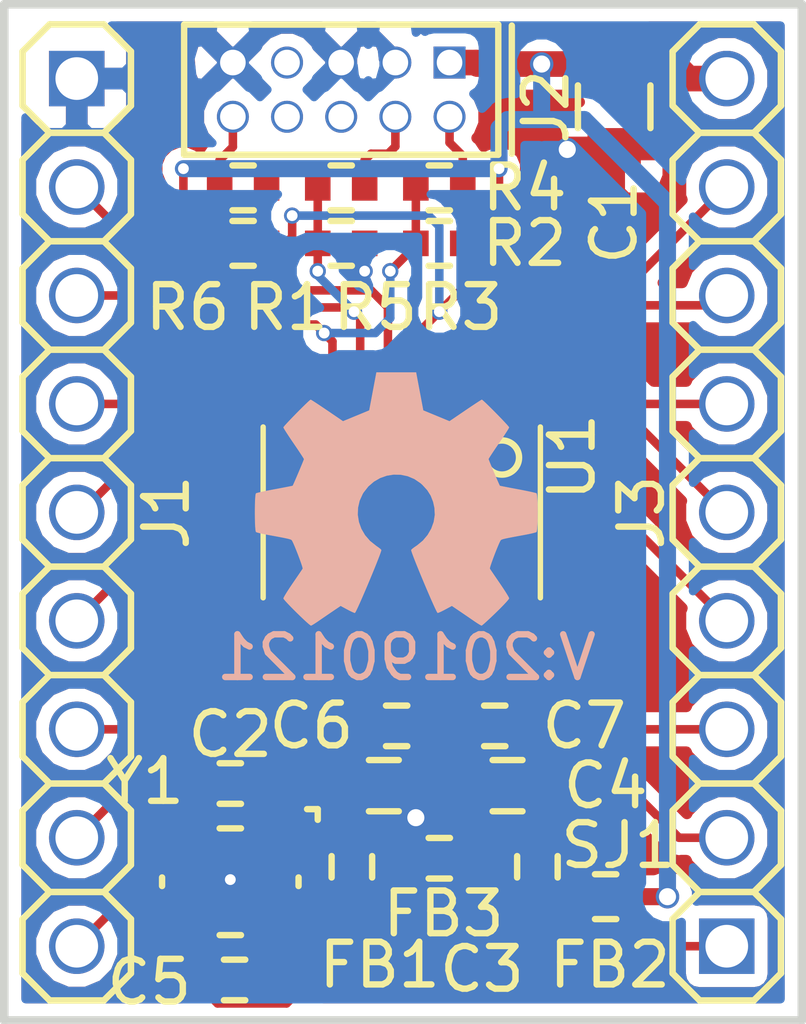
<source format=kicad_pcb>
(kicad_pcb (version 20171130) (host pcbnew 5.0.2-bee76a0~70~ubuntu18.04.1)

  (general
    (thickness 1.6)
    (drawings 5)
    (tracks 216)
    (zones 0)
    (modules 24)
    (nets 26)
  )

  (page A4)
  (layers
    (0 F.Cu signal)
    (31 B.Cu signal)
    (32 B.Adhes user)
    (33 F.Adhes user)
    (34 B.Paste user)
    (35 F.Paste user)
    (36 B.SilkS user)
    (37 F.SilkS user)
    (38 B.Mask user)
    (39 F.Mask user)
    (40 Dwgs.User user)
    (41 Cmts.User user)
    (42 Eco1.User user)
    (43 Eco2.User user)
    (44 Edge.Cuts user)
    (45 Margin user)
    (46 B.CrtYd user)
    (47 F.CrtYd user)
    (48 B.Fab user)
    (49 F.Fab user)
  )

  (setup
    (last_trace_width 0.1524)
    (user_trace_width 0.1524)
    (user_trace_width 0.2)
    (user_trace_width 0.3)
    (user_trace_width 0.4)
    (user_trace_width 0.6)
    (user_trace_width 1)
    (user_trace_width 1.5)
    (user_trace_width 2)
    (trace_clearance 0.1524)
    (zone_clearance 0.3)
    (zone_45_only no)
    (trace_min 0.1524)
    (segment_width 0.2)
    (edge_width 0.15)
    (via_size 0.381)
    (via_drill 0.254)
    (via_min_size 0.381)
    (via_min_drill 0.254)
    (user_via 0.381 0.254)
    (user_via 0.55 0.4)
    (user_via 0.75 0.6)
    (user_via 0.95 0.8)
    (user_via 1.3 1)
    (user_via 1.5 1.2)
    (user_via 1.7 1.4)
    (user_via 1.9 1.6)
    (uvia_size 0.381)
    (uvia_drill 0.254)
    (uvias_allowed no)
    (uvia_min_size 0.381)
    (uvia_min_drill 0.254)
    (pcb_text_width 0.3)
    (pcb_text_size 1.5 1.5)
    (mod_edge_width 0.15)
    (mod_text_size 1 1)
    (mod_text_width 0.15)
    (pad_size 1.524 1.524)
    (pad_drill 0.762)
    (pad_to_mask_clearance 0.1)
    (solder_mask_min_width 0.25)
    (aux_axis_origin 0 0)
    (visible_elements FFFFFF7F)
    (pcbplotparams
      (layerselection 0x010f0_ffffffff)
      (usegerberextensions true)
      (usegerberattributes false)
      (usegerberadvancedattributes false)
      (creategerberjobfile false)
      (excludeedgelayer true)
      (linewidth 0.100000)
      (plotframeref false)
      (viasonmask false)
      (mode 1)
      (useauxorigin false)
      (hpglpennumber 1)
      (hpglpenspeed 20)
      (hpglpendiameter 15.000000)
      (psnegative false)
      (psa4output false)
      (plotreference true)
      (plotvalue true)
      (plotinvisibletext false)
      (padsonsilk false)
      (subtractmaskfromsilk false)
      (outputformat 1)
      (mirror false)
      (drillshape 0)
      (scaleselection 1)
      (outputdirectory "LPC82X_JDH20_plots"))
  )

  (net 0 "")
  (net 1 VSS)
  (net 2 VDD)
  (net 3 /PIO0_9)
  (net 4 "Net-(C3-Pad1)")
  (net 5 "Net-(C4-Pad2)")
  (net 6 "Net-(C4-Pad1)")
  (net 7 /PIO0_8)
  (net 8 "Net-(FB1-Pad2)")
  (net 9 /PIO0_4)
  (net 10 /PIO0_3)
  (net 11 /PIO0_2)
  (net 12 /PIO0_11)
  (net 13 /PIO0_10)
  (net 14 /PIO0_15)
  (net 15 /PIO0_1)
  (net 16 "Net-(J2-Pad2)")
  (net 17 "Net-(J2-Pad4)")
  (net 18 "Net-(J2-Pad10)")
  (net 19 /RESET)
  (net 20 /PIO0_12)
  (net 21 /PIO0_13)
  (net 22 /PIO0_17)
  (net 23 /PIO0_23)
  (net 24 /PIO0_14)
  (net 25 /PIO0_0)

  (net_class Default "This is the default net class."
    (clearance 0.1524)
    (trace_width 0.1524)
    (via_dia 0.381)
    (via_drill 0.254)
    (uvia_dia 0.381)
    (uvia_drill 0.254)
    (add_net /PIO0_0)
    (add_net /PIO0_1)
    (add_net /PIO0_10)
    (add_net /PIO0_11)
    (add_net /PIO0_12)
    (add_net /PIO0_13)
    (add_net /PIO0_14)
    (add_net /PIO0_15)
    (add_net /PIO0_17)
    (add_net /PIO0_2)
    (add_net /PIO0_23)
    (add_net /PIO0_3)
    (add_net /PIO0_4)
    (add_net /PIO0_8)
    (add_net /PIO0_9)
    (add_net /RESET)
    (add_net "Net-(C3-Pad1)")
    (add_net "Net-(C4-Pad1)")
    (add_net "Net-(C4-Pad2)")
    (add_net "Net-(FB1-Pad2)")
    (add_net "Net-(J2-Pad10)")
    (add_net "Net-(J2-Pad2)")
    (add_net "Net-(J2-Pad4)")
    (add_net VDD)
    (add_net VSS)
  )

  (module SquantorCrystal:Crystal_3225_4 (layer F.Cu) (tedit 5BF6F546) (tstamp 5BFAE490)
    (at 130.6 110.25 180)
    (path /5BE1D5EF)
    (attr smd)
    (fp_text reference Y1 (at 2 2.35 180) (layer F.SilkS)
      (effects (font (size 1 1) (thickness 0.15)))
    )
    (fp_text value 12MHz (at 1.3 3.45) (layer F.Fab)
      (effects (font (size 1 1) (thickness 0.15)))
    )
    (fp_line (start -2.05 1.45) (end -2.05 1.7) (layer F.SilkS) (width 0.15))
    (fp_line (start -2.05 1.7) (end -1.8 1.7) (layer F.SilkS) (width 0.15))
    (fp_line (start -2.05 1.7) (end -2.05 -1.7) (layer F.CrtYd) (width 0.05))
    (fp_line (start 2.05 1.7) (end -2.05 1.7) (layer F.CrtYd) (width 0.05))
    (fp_line (start 2.05 -1.7) (end 2.05 1.7) (layer F.CrtYd) (width 0.05))
    (fp_line (start -2.05 -1.7) (end 2.05 -1.7) (layer F.CrtYd) (width 0.05))
    (fp_line (start -1.6 1.25) (end -1.6 -1.25) (layer F.Fab) (width 0.15))
    (fp_line (start 1.6 1.25) (end -1.6 1.25) (layer F.Fab) (width 0.15))
    (fp_line (start 1.6 -1.25) (end 1.6 1.25) (layer F.Fab) (width 0.15))
    (fp_line (start -1.6 -1.25) (end 1.6 -1.25) (layer F.Fab) (width 0.15))
    (fp_line (start -0.25 1.25) (end 0.25 1.25) (layer F.SilkS) (width 0.15))
    (fp_line (start 1.6 0.1) (end 1.6 -0.1) (layer F.SilkS) (width 0.15))
    (fp_line (start -0.25 -1.25) (end 0.25 -1.25) (layer F.SilkS) (width 0.15))
    (fp_line (start -1.6 -0.1) (end -1.6 0.1) (layer F.SilkS) (width 0.15))
    (pad 1 smd rect (at -1.1 0.85 180) (size 1.4 1.2) (layers F.Cu F.Paste F.Mask)
      (net 3 /PIO0_9))
    (pad 2 smd rect (at 1.1 0.85 180) (size 1.4 1.2) (layers F.Cu F.Paste F.Mask)
      (net 1 VSS))
    (pad 3 smd rect (at 1.1 -0.85 180) (size 1.4 1.2) (layers F.Cu F.Paste F.Mask)
      (net 7 /PIO0_8))
    (pad 4 smd rect (at -1.1 -0.85 180) (size 1.4 1.2) (layers F.Cu F.Paste F.Mask)
      (net 1 VSS))
  )

  (module Symbols:OSHW-Symbol_6.7x6mm_SilkScreen (layer B.Cu) (tedit 0) (tstamp 5A135134)
    (at 134.5 101.3 180)
    (descr "Open Source Hardware Symbol")
    (tags "Logo Symbol OSHW")
    (path /5BDF5DC8)
    (attr virtual)
    (fp_text reference N1 (at 0 0 180) (layer B.SilkS) hide
      (effects (font (size 1 1) (thickness 0.15)) (justify mirror))
    )
    (fp_text value OHWLOGO (at 0.75 0 180) (layer B.Fab) hide
      (effects (font (size 1 1) (thickness 0.15)) (justify mirror))
    )
    (fp_poly (pts (xy 0.555814 2.531069) (xy 0.639635 2.086445) (xy 0.94892 1.958947) (xy 1.258206 1.831449)
      (xy 1.629246 2.083754) (xy 1.733157 2.154004) (xy 1.827087 2.216728) (xy 1.906652 2.269062)
      (xy 1.96747 2.308143) (xy 2.005157 2.331107) (xy 2.015421 2.336058) (xy 2.03391 2.323324)
      (xy 2.07342 2.288118) (xy 2.129522 2.234938) (xy 2.197787 2.168282) (xy 2.273786 2.092646)
      (xy 2.353092 2.012528) (xy 2.431275 1.932426) (xy 2.503907 1.856836) (xy 2.566559 1.790255)
      (xy 2.614803 1.737182) (xy 2.64421 1.702113) (xy 2.651241 1.690377) (xy 2.641123 1.66874)
      (xy 2.612759 1.621338) (xy 2.569129 1.552807) (xy 2.513218 1.467785) (xy 2.448006 1.370907)
      (xy 2.410219 1.31565) (xy 2.341343 1.214752) (xy 2.28014 1.123701) (xy 2.229578 1.04703)
      (xy 2.192628 0.989272) (xy 2.172258 0.954957) (xy 2.169197 0.947746) (xy 2.176136 0.927252)
      (xy 2.195051 0.879487) (xy 2.223087 0.811168) (xy 2.257391 0.729011) (xy 2.295109 0.63973)
      (xy 2.333387 0.550042) (xy 2.36937 0.466662) (xy 2.400206 0.396306) (xy 2.423039 0.34569)
      (xy 2.435017 0.321529) (xy 2.435724 0.320578) (xy 2.454531 0.315964) (xy 2.504618 0.305672)
      (xy 2.580793 0.290713) (xy 2.677865 0.272099) (xy 2.790643 0.250841) (xy 2.856442 0.238582)
      (xy 2.97695 0.215638) (xy 3.085797 0.193805) (xy 3.177476 0.174278) (xy 3.246481 0.158252)
      (xy 3.287304 0.146921) (xy 3.295511 0.143326) (xy 3.303548 0.118994) (xy 3.310033 0.064041)
      (xy 3.31497 -0.015108) (xy 3.318364 -0.112026) (xy 3.320218 -0.220287) (xy 3.320538 -0.333465)
      (xy 3.319327 -0.445135) (xy 3.31659 -0.548868) (xy 3.312331 -0.638241) (xy 3.306555 -0.706826)
      (xy 3.299267 -0.748197) (xy 3.294895 -0.75681) (xy 3.268764 -0.767133) (xy 3.213393 -0.781892)
      (xy 3.136107 -0.799352) (xy 3.04423 -0.81778) (xy 3.012158 -0.823741) (xy 2.857524 -0.852066)
      (xy 2.735375 -0.874876) (xy 2.641673 -0.89308) (xy 2.572384 -0.907583) (xy 2.523471 -0.919292)
      (xy 2.490897 -0.929115) (xy 2.470628 -0.937956) (xy 2.458626 -0.946724) (xy 2.456947 -0.948457)
      (xy 2.440184 -0.976371) (xy 2.414614 -1.030695) (xy 2.382788 -1.104777) (xy 2.34726 -1.191965)
      (xy 2.310583 -1.285608) (xy 2.275311 -1.379052) (xy 2.243996 -1.465647) (xy 2.219193 -1.53874)
      (xy 2.203454 -1.591678) (xy 2.199332 -1.617811) (xy 2.199676 -1.618726) (xy 2.213641 -1.640086)
      (xy 2.245322 -1.687084) (xy 2.291391 -1.754827) (xy 2.348518 -1.838423) (xy 2.413373 -1.932982)
      (xy 2.431843 -1.959854) (xy 2.497699 -2.057275) (xy 2.55565 -2.146163) (xy 2.602538 -2.221412)
      (xy 2.635207 -2.27792) (xy 2.6505 -2.310581) (xy 2.651241 -2.314593) (xy 2.638392 -2.335684)
      (xy 2.602888 -2.377464) (xy 2.549293 -2.435445) (xy 2.482171 -2.505135) (xy 2.406087 -2.582045)
      (xy 2.325604 -2.661683) (xy 2.245287 -2.739561) (xy 2.169699 -2.811186) (xy 2.103405 -2.87207)
      (xy 2.050969 -2.917721) (xy 2.016955 -2.94365) (xy 2.007545 -2.947883) (xy 1.985643 -2.937912)
      (xy 1.9408 -2.91102) (xy 1.880321 -2.871736) (xy 1.833789 -2.840117) (xy 1.749475 -2.782098)
      (xy 1.649626 -2.713784) (xy 1.549473 -2.645579) (xy 1.495627 -2.609075) (xy 1.313371 -2.4858)
      (xy 1.160381 -2.56852) (xy 1.090682 -2.604759) (xy 1.031414 -2.632926) (xy 0.991311 -2.648991)
      (xy 0.981103 -2.651226) (xy 0.968829 -2.634722) (xy 0.944613 -2.588082) (xy 0.910263 -2.515609)
      (xy 0.867588 -2.421606) (xy 0.818394 -2.310374) (xy 0.76449 -2.186215) (xy 0.707684 -2.053432)
      (xy 0.649782 -1.916327) (xy 0.592593 -1.779202) (xy 0.537924 -1.646358) (xy 0.487584 -1.522098)
      (xy 0.44338 -1.410725) (xy 0.407119 -1.316539) (xy 0.380609 -1.243844) (xy 0.365658 -1.196941)
      (xy 0.363254 -1.180833) (xy 0.382311 -1.160286) (xy 0.424036 -1.126933) (xy 0.479706 -1.087702)
      (xy 0.484378 -1.084599) (xy 0.628264 -0.969423) (xy 0.744283 -0.835053) (xy 0.83143 -0.685784)
      (xy 0.888699 -0.525913) (xy 0.915086 -0.359737) (xy 0.909585 -0.191552) (xy 0.87119 -0.025655)
      (xy 0.798895 0.133658) (xy 0.777626 0.168513) (xy 0.666996 0.309263) (xy 0.536302 0.422286)
      (xy 0.390064 0.506997) (xy 0.232808 0.562806) (xy 0.069057 0.589126) (xy -0.096667 0.58537)
      (xy -0.259838 0.55095) (xy -0.415935 0.485277) (xy -0.560433 0.387765) (xy -0.605131 0.348187)
      (xy -0.718888 0.224297) (xy -0.801782 0.093876) (xy -0.858644 -0.052315) (xy -0.890313 -0.197088)
      (xy -0.898131 -0.35986) (xy -0.872062 -0.52344) (xy -0.814755 -0.682298) (xy -0.728856 -0.830906)
      (xy -0.617014 -0.963735) (xy -0.481877 -1.075256) (xy -0.464117 -1.087011) (xy -0.40785 -1.125508)
      (xy -0.365077 -1.158863) (xy -0.344628 -1.18016) (xy -0.344331 -1.180833) (xy -0.348721 -1.203871)
      (xy -0.366124 -1.256157) (xy -0.394732 -1.33339) (xy -0.432735 -1.431268) (xy -0.478326 -1.545491)
      (xy -0.529697 -1.671758) (xy -0.585038 -1.805767) (xy -0.642542 -1.943218) (xy -0.700399 -2.079808)
      (xy -0.756802 -2.211237) (xy -0.809942 -2.333205) (xy -0.85801 -2.441409) (xy -0.899199 -2.531549)
      (xy -0.931699 -2.599323) (xy -0.953703 -2.64043) (xy -0.962564 -2.651226) (xy -0.98964 -2.642819)
      (xy -1.040303 -2.620272) (xy -1.105817 -2.587613) (xy -1.141841 -2.56852) (xy -1.294832 -2.4858)
      (xy -1.477088 -2.609075) (xy -1.570125 -2.672228) (xy -1.671985 -2.741727) (xy -1.767438 -2.807165)
      (xy -1.81525 -2.840117) (xy -1.882495 -2.885273) (xy -1.939436 -2.921057) (xy -1.978646 -2.942938)
      (xy -1.991381 -2.947563) (xy -2.009917 -2.935085) (xy -2.050941 -2.900252) (xy -2.110475 -2.846678)
      (xy -2.184542 -2.777983) (xy -2.269165 -2.697781) (xy -2.322685 -2.646286) (xy -2.416319 -2.554286)
      (xy -2.497241 -2.471999) (xy -2.562177 -2.402945) (xy -2.607858 -2.350644) (xy -2.631011 -2.318616)
      (xy -2.633232 -2.312116) (xy -2.622924 -2.287394) (xy -2.594439 -2.237405) (xy -2.550937 -2.167212)
      (xy -2.495577 -2.081875) (xy -2.43152 -1.986456) (xy -2.413303 -1.959854) (xy -2.346927 -1.863167)
      (xy -2.287378 -1.776117) (xy -2.237984 -1.703595) (xy -2.202075 -1.650493) (xy -2.182981 -1.621703)
      (xy -2.181136 -1.618726) (xy -2.183895 -1.595782) (xy -2.198538 -1.545336) (xy -2.222513 -1.474041)
      (xy -2.253266 -1.388547) (xy -2.288244 -1.295507) (xy -2.324893 -1.201574) (xy -2.360661 -1.113399)
      (xy -2.392994 -1.037634) (xy -2.419338 -0.980931) (xy -2.437142 -0.949943) (xy -2.438407 -0.948457)
      (xy -2.449294 -0.939601) (xy -2.467682 -0.930843) (xy -2.497606 -0.921277) (xy -2.543103 -0.909996)
      (xy -2.608209 -0.896093) (xy -2.696961 -0.878663) (xy -2.813393 -0.856798) (xy -2.961542 -0.829591)
      (xy -2.993618 -0.823741) (xy -3.088686 -0.805374) (xy -3.171565 -0.787405) (xy -3.23493 -0.771569)
      (xy -3.271458 -0.7596) (xy -3.276356 -0.75681) (xy -3.284427 -0.732072) (xy -3.290987 -0.67679)
      (xy -3.296033 -0.597389) (xy -3.299559 -0.500296) (xy -3.301561 -0.391938) (xy -3.302036 -0.27874)
      (xy -3.300977 -0.167128) (xy -3.298382 -0.063529) (xy -3.294246 0.025632) (xy -3.288563 0.093928)
      (xy -3.281331 0.134934) (xy -3.276971 0.143326) (xy -3.252698 0.151792) (xy -3.197426 0.165565)
      (xy -3.116662 0.18345) (xy -3.015912 0.204252) (xy -2.900683 0.226777) (xy -2.837902 0.238582)
      (xy -2.718787 0.260849) (xy -2.612565 0.281021) (xy -2.524427 0.298085) (xy -2.459566 0.311031)
      (xy -2.423174 0.318845) (xy -2.417184 0.320578) (xy -2.407061 0.34011) (xy -2.385662 0.387157)
      (xy -2.355839 0.454997) (xy -2.320445 0.536909) (xy -2.282332 0.626172) (xy -2.244353 0.716065)
      (xy -2.20936 0.799865) (xy -2.180206 0.870853) (xy -2.159743 0.922306) (xy -2.150823 0.947503)
      (xy -2.150657 0.948604) (xy -2.160769 0.968481) (xy -2.189117 1.014223) (xy -2.232723 1.081283)
      (xy -2.288606 1.165116) (xy -2.353787 1.261174) (xy -2.391679 1.31635) (xy -2.460725 1.417519)
      (xy -2.52205 1.50937) (xy -2.572663 1.587256) (xy -2.609571 1.646531) (xy -2.629782 1.682549)
      (xy -2.632701 1.690623) (xy -2.620153 1.709416) (xy -2.585463 1.749543) (xy -2.533063 1.806507)
      (xy -2.467384 1.875815) (xy -2.392856 1.952969) (xy -2.313913 2.033475) (xy -2.234983 2.112837)
      (xy -2.1605 2.18656) (xy -2.094894 2.250148) (xy -2.042596 2.299106) (xy -2.008039 2.328939)
      (xy -1.996478 2.336058) (xy -1.977654 2.326047) (xy -1.932631 2.297922) (xy -1.865787 2.254546)
      (xy -1.781499 2.198782) (xy -1.684144 2.133494) (xy -1.610707 2.083754) (xy -1.239667 1.831449)
      (xy -0.621095 2.086445) (xy -0.537275 2.531069) (xy -0.453454 2.975693) (xy 0.471994 2.975693)
      (xy 0.555814 2.531069)) (layer B.SilkS) (width 0.01))
  )

  (module SquantorLabels:Label_version (layer B.Cu) (tedit 5B5A1E49) (tstamp 5B96DD88)
    (at 134.5 104.9)
    (path /5BDF5DC7)
    (fp_text reference N2 (at 0 -1.4) (layer B.Fab) hide
      (effects (font (size 1 1) (thickness 0.15)) (justify mirror))
    )
    (fp_text value 20190121 (at -0.4 0.1) (layer B.SilkS)
      (effects (font (size 1 1) (thickness 0.15)) (justify mirror))
    )
    (fp_text user V: (at 4 0.1) (layer B.SilkS)
      (effects (font (size 1 1) (thickness 0.15)) (justify mirror))
    )
  )

  (module SquantorRcl:C_0805 (layer F.Cu) (tedit 5415D6EA) (tstamp 5BFAE299)
    (at 139.6 92.1 90)
    (descr "Capacitor SMD 0805, reflow soldering, AVX (see smccp.pdf)")
    (tags "capacitor 0805")
    (path /5BD6A440)
    (attr smd)
    (fp_text reference C1 (at -2.7 0 90) (layer F.SilkS)
      (effects (font (size 1 1) (thickness 0.15)))
    )
    (fp_text value 10u (at -2.7 0 90) (layer F.Fab)
      (effects (font (size 1 1) (thickness 0.15)))
    )
    (fp_line (start -1 0.625) (end -1 -0.625) (layer F.Fab) (width 0.15))
    (fp_line (start 1 0.625) (end -1 0.625) (layer F.Fab) (width 0.15))
    (fp_line (start 1 -0.625) (end 1 0.625) (layer F.Fab) (width 0.15))
    (fp_line (start -1 -0.625) (end 1 -0.625) (layer F.Fab) (width 0.15))
    (fp_line (start -1.8 -1) (end 1.8 -1) (layer F.CrtYd) (width 0.05))
    (fp_line (start -1.8 1) (end 1.8 1) (layer F.CrtYd) (width 0.05))
    (fp_line (start -1.8 -1) (end -1.8 1) (layer F.CrtYd) (width 0.05))
    (fp_line (start 1.8 -1) (end 1.8 1) (layer F.CrtYd) (width 0.05))
    (fp_line (start 0.5 -0.85) (end -0.5 -0.85) (layer F.SilkS) (width 0.15))
    (fp_line (start -0.5 0.85) (end 0.5 0.85) (layer F.SilkS) (width 0.15))
    (pad 1 smd rect (at -1 0 90) (size 1 1.25) (layers F.Cu F.Paste F.Mask)
      (net 1 VSS))
    (pad 2 smd rect (at 1 0 90) (size 1 1.25) (layers F.Cu F.Paste F.Mask)
      (net 2 VDD))
    (model Capacitors_SMD.3dshapes/C_0805.wrl
      (at (xyz 0 0 0))
      (scale (xyz 1 1 1))
      (rotate (xyz 0 0 0))
    )
  )

  (module SquantorRcl:C_0402 (layer F.Cu) (tedit 58D18F8A) (tstamp 5BFAE2A9)
    (at 130.6 107.95 180)
    (descr "Capacitor SMD 0402, reflow soldering, AVX (see smccp.pdf)")
    (tags "capacitor 0402")
    (path /5BE10822)
    (attr smd)
    (fp_text reference C2 (at 0 1.15) (layer F.SilkS)
      (effects (font (size 1 1) (thickness 0.15)))
    )
    (fp_text value 18p (at -0.6 -1.75 180) (layer F.Fab)
      (effects (font (size 1 1) (thickness 0.15)))
    )
    (fp_line (start -0.25 0.475) (end 0.25 0.475) (layer F.SilkS) (width 0.15))
    (fp_line (start 0.25 -0.475) (end -0.25 -0.475) (layer F.SilkS) (width 0.15))
    (fp_line (start 1.15 -0.6) (end 1.15 0.6) (layer F.CrtYd) (width 0.05))
    (fp_line (start -1.15 -0.6) (end -1.15 0.6) (layer F.CrtYd) (width 0.05))
    (fp_line (start -1.15 0.6) (end 1.15 0.6) (layer F.CrtYd) (width 0.05))
    (fp_line (start -1.15 -0.6) (end 1.15 -0.6) (layer F.CrtYd) (width 0.05))
    (fp_line (start -0.5 -0.25) (end 0.5 -0.25) (layer F.Fab) (width 0.15))
    (fp_line (start 0.5 -0.25) (end 0.5 0.25) (layer F.Fab) (width 0.15))
    (fp_line (start 0.5 0.25) (end -0.5 0.25) (layer F.Fab) (width 0.15))
    (fp_line (start -0.5 0.25) (end -0.5 -0.25) (layer F.Fab) (width 0.15))
    (pad 2 smd rect (at 0.55 0 180) (size 0.6 0.5) (layers F.Cu F.Paste F.Mask)
      (net 1 VSS) (solder_mask_margin 0.1))
    (pad 1 smd rect (at -0.55 0 180) (size 0.6 0.5) (layers F.Cu F.Paste F.Mask)
      (net 3 /PIO0_9) (solder_mask_margin 0.1))
    (model Capacitors_SMD.3dshapes/C_0402.wrl
      (at (xyz 0 0 0))
      (scale (xyz 1 1 1))
      (rotate (xyz 0 0 0))
    )
  )

  (module SquantorRcl:C_0603 (layer F.Cu) (tedit 5415D631) (tstamp 5BFAE2B9)
    (at 134.2 108)
    (descr "Capacitor SMD 0603, reflow soldering, AVX (see smccp.pdf)")
    (tags "capacitor 0603")
    (path /5BD2CE41)
    (attr smd)
    (fp_text reference C3 (at 2.3 4.3) (layer F.SilkS)
      (effects (font (size 1 1) (thickness 0.15)))
    )
    (fp_text value 1u (at 0.8 3 180) (layer F.Fab)
      (effects (font (size 1 1) (thickness 0.15)))
    )
    (fp_line (start -0.8 0.4) (end -0.8 -0.4) (layer F.Fab) (width 0.15))
    (fp_line (start 0.8 0.4) (end -0.8 0.4) (layer F.Fab) (width 0.15))
    (fp_line (start 0.8 -0.4) (end 0.8 0.4) (layer F.Fab) (width 0.15))
    (fp_line (start -0.8 -0.4) (end 0.8 -0.4) (layer F.Fab) (width 0.15))
    (fp_line (start -1.45 -0.75) (end 1.45 -0.75) (layer F.CrtYd) (width 0.05))
    (fp_line (start -1.45 0.75) (end 1.45 0.75) (layer F.CrtYd) (width 0.05))
    (fp_line (start -1.45 -0.75) (end -1.45 0.75) (layer F.CrtYd) (width 0.05))
    (fp_line (start 1.45 -0.75) (end 1.45 0.75) (layer F.CrtYd) (width 0.05))
    (fp_line (start -0.35 -0.6) (end 0.35 -0.6) (layer F.SilkS) (width 0.15))
    (fp_line (start 0.35 0.6) (end -0.35 0.6) (layer F.SilkS) (width 0.15))
    (pad 1 smd rect (at -0.75 0) (size 0.8 0.75) (layers F.Cu F.Paste F.Mask)
      (net 4 "Net-(C3-Pad1)"))
    (pad 2 smd rect (at 0.75 0) (size 0.8 0.75) (layers F.Cu F.Paste F.Mask)
      (net 1 VSS))
    (model Capacitors_SMD.3dshapes/C_0603.wrl
      (at (xyz 0 0 0))
      (scale (xyz 1 1 1))
      (rotate (xyz 0 0 0))
    )
  )

  (module SquantorRcl:C_0603 (layer F.Cu) (tedit 5415D631) (tstamp 5BFAE2C9)
    (at 137.1 108 180)
    (descr "Capacitor SMD 0603, reflow soldering, AVX (see smccp.pdf)")
    (tags "capacitor 0603")
    (path /5BD2C956)
    (attr smd)
    (fp_text reference C4 (at -2.3 0 180) (layer F.SilkS)
      (effects (font (size 1 1) (thickness 0.15)))
    )
    (fp_text value 1u (at -2.3 0 180) (layer F.Fab)
      (effects (font (size 1 1) (thickness 0.15)))
    )
    (fp_line (start 0.35 0.6) (end -0.35 0.6) (layer F.SilkS) (width 0.15))
    (fp_line (start -0.35 -0.6) (end 0.35 -0.6) (layer F.SilkS) (width 0.15))
    (fp_line (start 1.45 -0.75) (end 1.45 0.75) (layer F.CrtYd) (width 0.05))
    (fp_line (start -1.45 -0.75) (end -1.45 0.75) (layer F.CrtYd) (width 0.05))
    (fp_line (start -1.45 0.75) (end 1.45 0.75) (layer F.CrtYd) (width 0.05))
    (fp_line (start -1.45 -0.75) (end 1.45 -0.75) (layer F.CrtYd) (width 0.05))
    (fp_line (start -0.8 -0.4) (end 0.8 -0.4) (layer F.Fab) (width 0.15))
    (fp_line (start 0.8 -0.4) (end 0.8 0.4) (layer F.Fab) (width 0.15))
    (fp_line (start 0.8 0.4) (end -0.8 0.4) (layer F.Fab) (width 0.15))
    (fp_line (start -0.8 0.4) (end -0.8 -0.4) (layer F.Fab) (width 0.15))
    (pad 2 smd rect (at 0.75 0 180) (size 0.8 0.75) (layers F.Cu F.Paste F.Mask)
      (net 5 "Net-(C4-Pad2)"))
    (pad 1 smd rect (at -0.75 0 180) (size 0.8 0.75) (layers F.Cu F.Paste F.Mask)
      (net 6 "Net-(C4-Pad1)"))
    (model Capacitors_SMD.3dshapes/C_0603.wrl
      (at (xyz 0 0 0))
      (scale (xyz 1 1 1))
      (rotate (xyz 0 0 0))
    )
  )

  (module SquantorRcl:C_0402 (layer F.Cu) (tedit 58D18F8A) (tstamp 5BFAE2D9)
    (at 130.7 112.55)
    (descr "Capacitor SMD 0402, reflow soldering, AVX (see smccp.pdf)")
    (tags "capacitor 0402")
    (path /5BE10538)
    (attr smd)
    (fp_text reference C5 (at -2 0.05) (layer F.SilkS)
      (effects (font (size 1 1) (thickness 0.15)))
    )
    (fp_text value 18p (at -2 -0.05) (layer F.Fab)
      (effects (font (size 1 1) (thickness 0.15)))
    )
    (fp_line (start -0.5 0.25) (end -0.5 -0.25) (layer F.Fab) (width 0.15))
    (fp_line (start 0.5 0.25) (end -0.5 0.25) (layer F.Fab) (width 0.15))
    (fp_line (start 0.5 -0.25) (end 0.5 0.25) (layer F.Fab) (width 0.15))
    (fp_line (start -0.5 -0.25) (end 0.5 -0.25) (layer F.Fab) (width 0.15))
    (fp_line (start -1.15 -0.6) (end 1.15 -0.6) (layer F.CrtYd) (width 0.05))
    (fp_line (start -1.15 0.6) (end 1.15 0.6) (layer F.CrtYd) (width 0.05))
    (fp_line (start -1.15 -0.6) (end -1.15 0.6) (layer F.CrtYd) (width 0.05))
    (fp_line (start 1.15 -0.6) (end 1.15 0.6) (layer F.CrtYd) (width 0.05))
    (fp_line (start 0.25 -0.475) (end -0.25 -0.475) (layer F.SilkS) (width 0.15))
    (fp_line (start -0.25 0.475) (end 0.25 0.475) (layer F.SilkS) (width 0.15))
    (pad 1 smd rect (at -0.55 0) (size 0.6 0.5) (layers F.Cu F.Paste F.Mask)
      (net 7 /PIO0_8) (solder_mask_margin 0.1))
    (pad 2 smd rect (at 0.55 0) (size 0.6 0.5) (layers F.Cu F.Paste F.Mask)
      (net 1 VSS) (solder_mask_margin 0.1))
    (model Capacitors_SMD.3dshapes/C_0402.wrl
      (at (xyz 0 0 0))
      (scale (xyz 1 1 1))
      (rotate (xyz 0 0 0))
    )
  )

  (module SquantorRcl:C_0402 (layer F.Cu) (tedit 58D18F8A) (tstamp 5C462BC6)
    (at 134.5 106.6)
    (descr "Capacitor SMD 0402, reflow soldering, AVX (see smccp.pdf)")
    (tags "capacitor 0402")
    (path /5BD2CE0D)
    (attr smd)
    (fp_text reference C6 (at -2 0) (layer F.SilkS)
      (effects (font (size 1 1) (thickness 0.15)))
    )
    (fp_text value 100n (at -3 0.2) (layer F.Fab)
      (effects (font (size 1 1) (thickness 0.15)))
    )
    (fp_line (start -0.25 0.475) (end 0.25 0.475) (layer F.SilkS) (width 0.15))
    (fp_line (start 0.25 -0.475) (end -0.25 -0.475) (layer F.SilkS) (width 0.15))
    (fp_line (start 1.15 -0.6) (end 1.15 0.6) (layer F.CrtYd) (width 0.05))
    (fp_line (start -1.15 -0.6) (end -1.15 0.6) (layer F.CrtYd) (width 0.05))
    (fp_line (start -1.15 0.6) (end 1.15 0.6) (layer F.CrtYd) (width 0.05))
    (fp_line (start -1.15 -0.6) (end 1.15 -0.6) (layer F.CrtYd) (width 0.05))
    (fp_line (start -0.5 -0.25) (end 0.5 -0.25) (layer F.Fab) (width 0.15))
    (fp_line (start 0.5 -0.25) (end 0.5 0.25) (layer F.Fab) (width 0.15))
    (fp_line (start 0.5 0.25) (end -0.5 0.25) (layer F.Fab) (width 0.15))
    (fp_line (start -0.5 0.25) (end -0.5 -0.25) (layer F.Fab) (width 0.15))
    (pad 2 smd rect (at 0.55 0) (size 0.6 0.5) (layers F.Cu F.Paste F.Mask)
      (net 1 VSS) (solder_mask_margin 0.1))
    (pad 1 smd rect (at -0.55 0) (size 0.6 0.5) (layers F.Cu F.Paste F.Mask)
      (net 4 "Net-(C3-Pad1)") (solder_mask_margin 0.1))
    (model Capacitors_SMD.3dshapes/C_0402.wrl
      (at (xyz 0 0 0))
      (scale (xyz 1 1 1))
      (rotate (xyz 0 0 0))
    )
  )

  (module SquantorRcl:C_0402 (layer F.Cu) (tedit 58D18F8A) (tstamp 5C44EC3A)
    (at 136.8 106.6 180)
    (descr "Capacitor SMD 0402, reflow soldering, AVX (see smccp.pdf)")
    (tags "capacitor 0402")
    (path /5BD2C78F)
    (attr smd)
    (fp_text reference C7 (at -2.1 0 180) (layer F.SilkS)
      (effects (font (size 1 1) (thickness 0.15)))
    )
    (fp_text value 100n (at -2.9 0 180) (layer F.Fab)
      (effects (font (size 1 1) (thickness 0.15)))
    )
    (fp_line (start -0.5 0.25) (end -0.5 -0.25) (layer F.Fab) (width 0.15))
    (fp_line (start 0.5 0.25) (end -0.5 0.25) (layer F.Fab) (width 0.15))
    (fp_line (start 0.5 -0.25) (end 0.5 0.25) (layer F.Fab) (width 0.15))
    (fp_line (start -0.5 -0.25) (end 0.5 -0.25) (layer F.Fab) (width 0.15))
    (fp_line (start -1.15 -0.6) (end 1.15 -0.6) (layer F.CrtYd) (width 0.05))
    (fp_line (start -1.15 0.6) (end 1.15 0.6) (layer F.CrtYd) (width 0.05))
    (fp_line (start -1.15 -0.6) (end -1.15 0.6) (layer F.CrtYd) (width 0.05))
    (fp_line (start 1.15 -0.6) (end 1.15 0.6) (layer F.CrtYd) (width 0.05))
    (fp_line (start 0.25 -0.475) (end -0.25 -0.475) (layer F.SilkS) (width 0.15))
    (fp_line (start -0.25 0.475) (end 0.25 0.475) (layer F.SilkS) (width 0.15))
    (pad 1 smd rect (at -0.55 0 180) (size 0.6 0.5) (layers F.Cu F.Paste F.Mask)
      (net 6 "Net-(C4-Pad1)") (solder_mask_margin 0.1))
    (pad 2 smd rect (at 0.55 0 180) (size 0.6 0.5) (layers F.Cu F.Paste F.Mask)
      (net 5 "Net-(C4-Pad2)") (solder_mask_margin 0.1))
    (model Capacitors_SMD.3dshapes/C_0402.wrl
      (at (xyz 0 0 0))
      (scale (xyz 1 1 1))
      (rotate (xyz 0 0 0))
    )
  )

  (module SquantorRcl:C_0402 (layer F.Cu) (tedit 58D18F8A) (tstamp 5BFAE309)
    (at 133.45 109.9 270)
    (descr "Capacitor SMD 0402, reflow soldering, AVX (see smccp.pdf)")
    (tags "capacitor 0402")
    (path /5BD2CE7B)
    (attr smd)
    (fp_text reference FB1 (at 2.3 -0.65 180) (layer F.SilkS)
      (effects (font (size 1 1) (thickness 0.15)))
    )
    (fp_text value FB (at 2.3 0.05 180) (layer F.Fab)
      (effects (font (size 1 1) (thickness 0.15)))
    )
    (fp_line (start -0.5 0.25) (end -0.5 -0.25) (layer F.Fab) (width 0.15))
    (fp_line (start 0.5 0.25) (end -0.5 0.25) (layer F.Fab) (width 0.15))
    (fp_line (start 0.5 -0.25) (end 0.5 0.25) (layer F.Fab) (width 0.15))
    (fp_line (start -0.5 -0.25) (end 0.5 -0.25) (layer F.Fab) (width 0.15))
    (fp_line (start -1.15 -0.6) (end 1.15 -0.6) (layer F.CrtYd) (width 0.05))
    (fp_line (start -1.15 0.6) (end 1.15 0.6) (layer F.CrtYd) (width 0.05))
    (fp_line (start -1.15 -0.6) (end -1.15 0.6) (layer F.CrtYd) (width 0.05))
    (fp_line (start 1.15 -0.6) (end 1.15 0.6) (layer F.CrtYd) (width 0.05))
    (fp_line (start 0.25 -0.475) (end -0.25 -0.475) (layer F.SilkS) (width 0.15))
    (fp_line (start -0.25 0.475) (end 0.25 0.475) (layer F.SilkS) (width 0.15))
    (pad 1 smd rect (at -0.55 0 270) (size 0.6 0.5) (layers F.Cu F.Paste F.Mask)
      (net 4 "Net-(C3-Pad1)") (solder_mask_margin 0.1))
    (pad 2 smd rect (at 0.55 0 270) (size 0.6 0.5) (layers F.Cu F.Paste F.Mask)
      (net 8 "Net-(FB1-Pad2)") (solder_mask_margin 0.1))
    (model Capacitors_SMD.3dshapes/C_0402.wrl
      (at (xyz 0 0 0))
      (scale (xyz 1 1 1))
      (rotate (xyz 0 0 0))
    )
  )

  (module SquantorRcl:C_0402 (layer F.Cu) (tedit 58D18F8A) (tstamp 5BFAE319)
    (at 137.8 109.9 270)
    (descr "Capacitor SMD 0402, reflow soldering, AVX (see smccp.pdf)")
    (tags "capacitor 0402")
    (path /5BD2CA8D)
    (attr smd)
    (fp_text reference FB2 (at 2.3 -1.7 180) (layer F.SilkS)
      (effects (font (size 1 1) (thickness 0.15)))
    )
    (fp_text value FB (at 2.3 -1.7 180) (layer F.Fab)
      (effects (font (size 1 1) (thickness 0.15)))
    )
    (fp_line (start -0.25 0.475) (end 0.25 0.475) (layer F.SilkS) (width 0.15))
    (fp_line (start 0.25 -0.475) (end -0.25 -0.475) (layer F.SilkS) (width 0.15))
    (fp_line (start 1.15 -0.6) (end 1.15 0.6) (layer F.CrtYd) (width 0.05))
    (fp_line (start -1.15 -0.6) (end -1.15 0.6) (layer F.CrtYd) (width 0.05))
    (fp_line (start -1.15 0.6) (end 1.15 0.6) (layer F.CrtYd) (width 0.05))
    (fp_line (start -1.15 -0.6) (end 1.15 -0.6) (layer F.CrtYd) (width 0.05))
    (fp_line (start -0.5 -0.25) (end 0.5 -0.25) (layer F.Fab) (width 0.15))
    (fp_line (start 0.5 -0.25) (end 0.5 0.25) (layer F.Fab) (width 0.15))
    (fp_line (start 0.5 0.25) (end -0.5 0.25) (layer F.Fab) (width 0.15))
    (fp_line (start -0.5 0.25) (end -0.5 -0.25) (layer F.Fab) (width 0.15))
    (pad 2 smd rect (at 0.55 0 270) (size 0.6 0.5) (layers F.Cu F.Paste F.Mask)
      (net 8 "Net-(FB1-Pad2)") (solder_mask_margin 0.1))
    (pad 1 smd rect (at -0.55 0 270) (size 0.6 0.5) (layers F.Cu F.Paste F.Mask)
      (net 6 "Net-(C4-Pad1)") (solder_mask_margin 0.1))
    (model Capacitors_SMD.3dshapes/C_0402.wrl
      (at (xyz 0 0 0))
      (scale (xyz 1 1 1))
      (rotate (xyz 0 0 0))
    )
  )

  (module SquantorRcl:C_0402 (layer F.Cu) (tedit 58D18F8A) (tstamp 5BFAE329)
    (at 135.5 109.7 180)
    (descr "Capacitor SMD 0402, reflow soldering, AVX (see smccp.pdf)")
    (tags "capacitor 0402")
    (path /5BD2CAEC)
    (attr smd)
    (fp_text reference FB3 (at -0.1 -1.3) (layer F.SilkS)
      (effects (font (size 1 1) (thickness 0.15)))
    )
    (fp_text value FB (at 0 -1.3 180) (layer F.Fab)
      (effects (font (size 1 1) (thickness 0.15)))
    )
    (fp_line (start -0.5 0.25) (end -0.5 -0.25) (layer F.Fab) (width 0.15))
    (fp_line (start 0.5 0.25) (end -0.5 0.25) (layer F.Fab) (width 0.15))
    (fp_line (start 0.5 -0.25) (end 0.5 0.25) (layer F.Fab) (width 0.15))
    (fp_line (start -0.5 -0.25) (end 0.5 -0.25) (layer F.Fab) (width 0.15))
    (fp_line (start -1.15 -0.6) (end 1.15 -0.6) (layer F.CrtYd) (width 0.05))
    (fp_line (start -1.15 0.6) (end 1.15 0.6) (layer F.CrtYd) (width 0.05))
    (fp_line (start -1.15 -0.6) (end -1.15 0.6) (layer F.CrtYd) (width 0.05))
    (fp_line (start 1.15 -0.6) (end 1.15 0.6) (layer F.CrtYd) (width 0.05))
    (fp_line (start 0.25 -0.475) (end -0.25 -0.475) (layer F.SilkS) (width 0.15))
    (fp_line (start -0.25 0.475) (end 0.25 0.475) (layer F.SilkS) (width 0.15))
    (pad 1 smd rect (at -0.55 0 180) (size 0.6 0.5) (layers F.Cu F.Paste F.Mask)
      (net 5 "Net-(C4-Pad2)") (solder_mask_margin 0.1))
    (pad 2 smd rect (at 0.55 0 180) (size 0.6 0.5) (layers F.Cu F.Paste F.Mask)
      (net 1 VSS) (solder_mask_margin 0.1))
    (model Capacitors_SMD.3dshapes/C_0402.wrl
      (at (xyz 0 0 0))
      (scale (xyz 1 1 1))
      (rotate (xyz 0 0 0))
    )
  )

  (module SquantorConnectors:Header-0254-1X09-H010 locked (layer F.Cu) (tedit 5BE55CF2) (tstamp 5BFAE376)
    (at 127 101.6 270)
    (descr "PIN HEADER")
    (tags "PIN HEADER")
    (path /5BE90F57)
    (attr virtual)
    (fp_text reference J1 (at 0 -2.1 270) (layer F.SilkS)
      (effects (font (size 1 1) (thickness 0.15)))
    )
    (fp_text value Conn_01x09 (at 0 2.2 270) (layer F.Fab) hide
      (effects (font (size 1 1) (thickness 0.15)))
    )
    (fp_line (start 8.89 -0.635) (end 9.525 -1.27) (layer F.SilkS) (width 0.1524))
    (fp_line (start 9.525 -1.27) (end 10.795 -1.27) (layer F.SilkS) (width 0.1524))
    (fp_line (start 10.795 -1.27) (end 11.43 -0.635) (layer F.SilkS) (width 0.1524))
    (fp_line (start 11.43 -0.635) (end 11.43 0.635) (layer F.SilkS) (width 0.1524))
    (fp_line (start 11.43 0.635) (end 10.795 1.27) (layer F.SilkS) (width 0.1524))
    (fp_line (start 10.795 1.27) (end 9.525 1.27) (layer F.SilkS) (width 0.1524))
    (fp_line (start 9.525 1.27) (end 8.89 0.635) (layer F.SilkS) (width 0.1524))
    (fp_line (start 4.445 -1.27) (end 5.715 -1.27) (layer F.SilkS) (width 0.1524))
    (fp_line (start 5.715 -1.27) (end 6.35 -0.635) (layer F.SilkS) (width 0.1524))
    (fp_line (start 6.35 -0.635) (end 6.35 0.635) (layer F.SilkS) (width 0.1524))
    (fp_line (start 6.35 0.635) (end 5.715 1.27) (layer F.SilkS) (width 0.1524))
    (fp_line (start 6.35 -0.635) (end 6.985 -1.27) (layer F.SilkS) (width 0.1524))
    (fp_line (start 6.985 -1.27) (end 8.255 -1.27) (layer F.SilkS) (width 0.1524))
    (fp_line (start 8.255 -1.27) (end 8.89 -0.635) (layer F.SilkS) (width 0.1524))
    (fp_line (start 8.89 -0.635) (end 8.89 0.635) (layer F.SilkS) (width 0.1524))
    (fp_line (start 8.89 0.635) (end 8.255 1.27) (layer F.SilkS) (width 0.1524))
    (fp_line (start 8.255 1.27) (end 6.985 1.27) (layer F.SilkS) (width 0.1524))
    (fp_line (start 6.985 1.27) (end 6.35 0.635) (layer F.SilkS) (width 0.1524))
    (fp_line (start 1.27 -0.635) (end 1.905 -1.27) (layer F.SilkS) (width 0.1524))
    (fp_line (start 1.905 -1.27) (end 3.175 -1.27) (layer F.SilkS) (width 0.1524))
    (fp_line (start 3.175 -1.27) (end 3.81 -0.635) (layer F.SilkS) (width 0.1524))
    (fp_line (start 3.81 -0.635) (end 3.81 0.635) (layer F.SilkS) (width 0.1524))
    (fp_line (start 3.81 0.635) (end 3.175 1.27) (layer F.SilkS) (width 0.1524))
    (fp_line (start 3.175 1.27) (end 1.905 1.27) (layer F.SilkS) (width 0.1524))
    (fp_line (start 1.905 1.27) (end 1.27 0.635) (layer F.SilkS) (width 0.1524))
    (fp_line (start 4.445 -1.27) (end 3.81 -0.635) (layer F.SilkS) (width 0.1524))
    (fp_line (start 3.81 0.635) (end 4.445 1.27) (layer F.SilkS) (width 0.1524))
    (fp_line (start 5.715 1.27) (end 4.445 1.27) (layer F.SilkS) (width 0.1524))
    (fp_line (start -3.175 -1.27) (end -1.905 -1.27) (layer F.SilkS) (width 0.1524))
    (fp_line (start -1.905 -1.27) (end -1.27 -0.635) (layer F.SilkS) (width 0.1524))
    (fp_line (start -1.27 -0.635) (end -1.27 0.635) (layer F.SilkS) (width 0.1524))
    (fp_line (start -1.27 0.635) (end -1.905 1.27) (layer F.SilkS) (width 0.1524))
    (fp_line (start -1.27 -0.635) (end -0.635 -1.27) (layer F.SilkS) (width 0.1524))
    (fp_line (start -0.635 -1.27) (end 0.635 -1.27) (layer F.SilkS) (width 0.1524))
    (fp_line (start 0.635 -1.27) (end 1.27 -0.635) (layer F.SilkS) (width 0.1524))
    (fp_line (start 1.27 -0.635) (end 1.27 0.635) (layer F.SilkS) (width 0.1524))
    (fp_line (start 1.27 0.635) (end 0.635 1.27) (layer F.SilkS) (width 0.1524))
    (fp_line (start 0.635 1.27) (end -0.635 1.27) (layer F.SilkS) (width 0.1524))
    (fp_line (start -0.635 1.27) (end -1.27 0.635) (layer F.SilkS) (width 0.1524))
    (fp_line (start -6.35 -0.635) (end -5.715 -1.27) (layer F.SilkS) (width 0.1524))
    (fp_line (start -5.715 -1.27) (end -4.445 -1.27) (layer F.SilkS) (width 0.1524))
    (fp_line (start -4.445 -1.27) (end -3.81 -0.635) (layer F.SilkS) (width 0.1524))
    (fp_line (start -3.81 -0.635) (end -3.81 0.635) (layer F.SilkS) (width 0.1524))
    (fp_line (start -3.81 0.635) (end -4.445 1.27) (layer F.SilkS) (width 0.1524))
    (fp_line (start -4.445 1.27) (end -5.715 1.27) (layer F.SilkS) (width 0.1524))
    (fp_line (start -5.715 1.27) (end -6.35 0.635) (layer F.SilkS) (width 0.1524))
    (fp_line (start -3.175 -1.27) (end -3.81 -0.635) (layer F.SilkS) (width 0.1524))
    (fp_line (start -3.81 0.635) (end -3.175 1.27) (layer F.SilkS) (width 0.1524))
    (fp_line (start -1.905 1.27) (end -3.175 1.27) (layer F.SilkS) (width 0.1524))
    (fp_line (start -10.795 -1.27) (end -9.525 -1.27) (layer F.SilkS) (width 0.1524))
    (fp_line (start -9.525 -1.27) (end -8.89 -0.635) (layer F.SilkS) (width 0.1524))
    (fp_line (start -8.89 -0.635) (end -8.89 0.635) (layer F.SilkS) (width 0.1524))
    (fp_line (start -8.89 0.635) (end -9.525 1.27) (layer F.SilkS) (width 0.1524))
    (fp_line (start -8.89 -0.635) (end -8.255 -1.27) (layer F.SilkS) (width 0.1524))
    (fp_line (start -8.255 -1.27) (end -6.985 -1.27) (layer F.SilkS) (width 0.1524))
    (fp_line (start -6.985 -1.27) (end -6.35 -0.635) (layer F.SilkS) (width 0.1524))
    (fp_line (start -6.35 -0.635) (end -6.35 0.635) (layer F.SilkS) (width 0.1524))
    (fp_line (start -6.35 0.635) (end -6.985 1.27) (layer F.SilkS) (width 0.1524))
    (fp_line (start -6.985 1.27) (end -8.255 1.27) (layer F.SilkS) (width 0.1524))
    (fp_line (start -8.255 1.27) (end -8.89 0.635) (layer F.SilkS) (width 0.1524))
    (fp_line (start -11.43 -0.635) (end -11.43 0.635) (layer F.SilkS) (width 0.1524))
    (fp_line (start -10.795 -1.27) (end -11.43 -0.635) (layer F.SilkS) (width 0.1524))
    (fp_line (start -11.43 0.635) (end -10.795 1.27) (layer F.SilkS) (width 0.1524))
    (fp_line (start -9.525 1.27) (end -10.795 1.27) (layer F.SilkS) (width 0.1524))
    (pad 1 thru_hole rect (at -10.16 0 90) (size 1.3 1.3) (drill 1) (layers *.Cu *.Mask)
      (net 1 VSS))
    (pad 2 thru_hole circle (at -7.62 0 90) (size 1.3 1.3) (drill 1) (layers *.Cu *.Mask)
      (net 9 /PIO0_4))
    (pad 3 thru_hole circle (at -5.08 0 90) (size 1.3 1.3) (drill 1) (layers *.Cu *.Mask)
      (net 10 /PIO0_3))
    (pad 4 thru_hole circle (at -2.54 0 90) (size 1.3 1.3) (drill 1) (layers *.Cu *.Mask)
      (net 11 /PIO0_2))
    (pad 5 thru_hole circle (at 0 0 90) (size 1.3 1.3) (drill 1) (layers *.Cu *.Mask)
      (net 12 /PIO0_11))
    (pad 6 thru_hole circle (at 2.54 0 90) (size 1.3 1.3) (drill 1) (layers *.Cu *.Mask)
      (net 13 /PIO0_10))
    (pad 7 thru_hole circle (at 5.08 0 90) (size 1.3 1.3) (drill 1) (layers *.Cu *.Mask)
      (net 14 /PIO0_15))
    (pad 8 thru_hole circle (at 7.62 0 90) (size 1.3 1.3) (drill 1) (layers *.Cu *.Mask)
      (net 15 /PIO0_1))
    (pad 9 thru_hole circle (at 10.16 0 90) (size 1.3 1.3) (drill 1) (layers *.Cu *.Mask)
      (net 3 /PIO0_9))
  )

  (module SquantorConnectors:Header-0127-2X05-H006 (layer F.Cu) (tedit 5BE55D04) (tstamp 5BFAE389)
    (at 133.2 91.7 180)
    (path /5BD303CB)
    (fp_text reference J2 (at -4.8 -0.4 270) (layer F.SilkS)
      (effects (font (size 1 1) (thickness 0.15)))
    )
    (fp_text value JTAG_2X05 (at 0 2.5 180) (layer F.Fab) hide
      (effects (font (size 1 1) (thickness 0.15)))
    )
    (fp_line (start -4 -1.5) (end -4 1.5) (layer F.SilkS) (width 0.15))
    (fp_line (start -3.683 1.524) (end -3.683 -1.524) (layer F.SilkS) (width 0.15))
    (fp_line (start 3.683 1.524) (end -3.683 1.524) (layer F.SilkS) (width 0.15))
    (fp_line (start 3.683 -1.524) (end 3.683 1.524) (layer F.SilkS) (width 0.15))
    (fp_line (start -3.683 -1.524) (end 3.683 -1.524) (layer F.SilkS) (width 0.15))
    (pad 1 thru_hole rect (at -2.54 0.635 180) (size 0.75 0.75) (drill 0.6) (layers *.Cu *.Mask)
      (net 2 VDD))
    (pad 2 thru_hole circle (at -2.54 -0.635 180) (size 0.75 0.75) (drill 0.6) (layers *.Cu *.Mask)
      (net 16 "Net-(J2-Pad2)"))
    (pad 3 thru_hole circle (at -1.27 0.635 180) (size 0.75 0.75) (drill 0.6) (layers *.Cu *.Mask)
      (net 1 VSS))
    (pad 4 thru_hole circle (at -1.27 -0.635 180) (size 0.75 0.75) (drill 0.6) (layers *.Cu *.Mask)
      (net 17 "Net-(J2-Pad4)"))
    (pad 5 thru_hole circle (at 0 0.635 180) (size 0.75 0.75) (drill 0.6) (layers *.Cu *.Mask)
      (net 1 VSS))
    (pad 6 thru_hole circle (at 0 -0.635 180) (size 0.75 0.75) (drill 0.6) (layers *.Cu *.Mask))
    (pad 7 thru_hole circle (at 1.27 0.635 180) (size 0.75 0.75) (drill 0.6) (layers *.Cu *.Mask))
    (pad 8 thru_hole circle (at 1.27 -0.635 180) (size 0.75 0.75) (drill 0.6) (layers *.Cu *.Mask))
    (pad 9 thru_hole circle (at 2.54 0.635 180) (size 0.75 0.75) (drill 0.6) (layers *.Cu *.Mask)
      (net 1 VSS))
    (pad 10 thru_hole circle (at 2.54 -0.635 180) (size 0.75 0.75) (drill 0.6) (layers *.Cu *.Mask)
      (net 18 "Net-(J2-Pad10)"))
  )

  (module SquantorConnectors:Header-0254-1X09-H010 locked (layer F.Cu) (tedit 5BE55CF7) (tstamp 5BFAE3D6)
    (at 142.24 101.6 90)
    (descr "PIN HEADER")
    (tags "PIN HEADER")
    (path /5BE90FB3)
    (attr virtual)
    (fp_text reference J3 (at 0 -2 90) (layer F.SilkS)
      (effects (font (size 1 1) (thickness 0.15)))
    )
    (fp_text value Conn_01x09 (at 0 2.2 90) (layer F.Fab) hide
      (effects (font (size 1 1) (thickness 0.15)))
    )
    (fp_line (start -9.525 1.27) (end -10.795 1.27) (layer F.SilkS) (width 0.1524))
    (fp_line (start -11.43 0.635) (end -10.795 1.27) (layer F.SilkS) (width 0.1524))
    (fp_line (start -10.795 -1.27) (end -11.43 -0.635) (layer F.SilkS) (width 0.1524))
    (fp_line (start -11.43 -0.635) (end -11.43 0.635) (layer F.SilkS) (width 0.1524))
    (fp_line (start -8.255 1.27) (end -8.89 0.635) (layer F.SilkS) (width 0.1524))
    (fp_line (start -6.985 1.27) (end -8.255 1.27) (layer F.SilkS) (width 0.1524))
    (fp_line (start -6.35 0.635) (end -6.985 1.27) (layer F.SilkS) (width 0.1524))
    (fp_line (start -6.35 -0.635) (end -6.35 0.635) (layer F.SilkS) (width 0.1524))
    (fp_line (start -6.985 -1.27) (end -6.35 -0.635) (layer F.SilkS) (width 0.1524))
    (fp_line (start -8.255 -1.27) (end -6.985 -1.27) (layer F.SilkS) (width 0.1524))
    (fp_line (start -8.89 -0.635) (end -8.255 -1.27) (layer F.SilkS) (width 0.1524))
    (fp_line (start -8.89 0.635) (end -9.525 1.27) (layer F.SilkS) (width 0.1524))
    (fp_line (start -8.89 -0.635) (end -8.89 0.635) (layer F.SilkS) (width 0.1524))
    (fp_line (start -9.525 -1.27) (end -8.89 -0.635) (layer F.SilkS) (width 0.1524))
    (fp_line (start -10.795 -1.27) (end -9.525 -1.27) (layer F.SilkS) (width 0.1524))
    (fp_line (start -1.905 1.27) (end -3.175 1.27) (layer F.SilkS) (width 0.1524))
    (fp_line (start -3.81 0.635) (end -3.175 1.27) (layer F.SilkS) (width 0.1524))
    (fp_line (start -3.175 -1.27) (end -3.81 -0.635) (layer F.SilkS) (width 0.1524))
    (fp_line (start -5.715 1.27) (end -6.35 0.635) (layer F.SilkS) (width 0.1524))
    (fp_line (start -4.445 1.27) (end -5.715 1.27) (layer F.SilkS) (width 0.1524))
    (fp_line (start -3.81 0.635) (end -4.445 1.27) (layer F.SilkS) (width 0.1524))
    (fp_line (start -3.81 -0.635) (end -3.81 0.635) (layer F.SilkS) (width 0.1524))
    (fp_line (start -4.445 -1.27) (end -3.81 -0.635) (layer F.SilkS) (width 0.1524))
    (fp_line (start -5.715 -1.27) (end -4.445 -1.27) (layer F.SilkS) (width 0.1524))
    (fp_line (start -6.35 -0.635) (end -5.715 -1.27) (layer F.SilkS) (width 0.1524))
    (fp_line (start -0.635 1.27) (end -1.27 0.635) (layer F.SilkS) (width 0.1524))
    (fp_line (start 0.635 1.27) (end -0.635 1.27) (layer F.SilkS) (width 0.1524))
    (fp_line (start 1.27 0.635) (end 0.635 1.27) (layer F.SilkS) (width 0.1524))
    (fp_line (start 1.27 -0.635) (end 1.27 0.635) (layer F.SilkS) (width 0.1524))
    (fp_line (start 0.635 -1.27) (end 1.27 -0.635) (layer F.SilkS) (width 0.1524))
    (fp_line (start -0.635 -1.27) (end 0.635 -1.27) (layer F.SilkS) (width 0.1524))
    (fp_line (start -1.27 -0.635) (end -0.635 -1.27) (layer F.SilkS) (width 0.1524))
    (fp_line (start -1.27 0.635) (end -1.905 1.27) (layer F.SilkS) (width 0.1524))
    (fp_line (start -1.27 -0.635) (end -1.27 0.635) (layer F.SilkS) (width 0.1524))
    (fp_line (start -1.905 -1.27) (end -1.27 -0.635) (layer F.SilkS) (width 0.1524))
    (fp_line (start -3.175 -1.27) (end -1.905 -1.27) (layer F.SilkS) (width 0.1524))
    (fp_line (start 5.715 1.27) (end 4.445 1.27) (layer F.SilkS) (width 0.1524))
    (fp_line (start 3.81 0.635) (end 4.445 1.27) (layer F.SilkS) (width 0.1524))
    (fp_line (start 4.445 -1.27) (end 3.81 -0.635) (layer F.SilkS) (width 0.1524))
    (fp_line (start 1.905 1.27) (end 1.27 0.635) (layer F.SilkS) (width 0.1524))
    (fp_line (start 3.175 1.27) (end 1.905 1.27) (layer F.SilkS) (width 0.1524))
    (fp_line (start 3.81 0.635) (end 3.175 1.27) (layer F.SilkS) (width 0.1524))
    (fp_line (start 3.81 -0.635) (end 3.81 0.635) (layer F.SilkS) (width 0.1524))
    (fp_line (start 3.175 -1.27) (end 3.81 -0.635) (layer F.SilkS) (width 0.1524))
    (fp_line (start 1.905 -1.27) (end 3.175 -1.27) (layer F.SilkS) (width 0.1524))
    (fp_line (start 1.27 -0.635) (end 1.905 -1.27) (layer F.SilkS) (width 0.1524))
    (fp_line (start 6.985 1.27) (end 6.35 0.635) (layer F.SilkS) (width 0.1524))
    (fp_line (start 8.255 1.27) (end 6.985 1.27) (layer F.SilkS) (width 0.1524))
    (fp_line (start 8.89 0.635) (end 8.255 1.27) (layer F.SilkS) (width 0.1524))
    (fp_line (start 8.89 -0.635) (end 8.89 0.635) (layer F.SilkS) (width 0.1524))
    (fp_line (start 8.255 -1.27) (end 8.89 -0.635) (layer F.SilkS) (width 0.1524))
    (fp_line (start 6.985 -1.27) (end 8.255 -1.27) (layer F.SilkS) (width 0.1524))
    (fp_line (start 6.35 -0.635) (end 6.985 -1.27) (layer F.SilkS) (width 0.1524))
    (fp_line (start 6.35 0.635) (end 5.715 1.27) (layer F.SilkS) (width 0.1524))
    (fp_line (start 6.35 -0.635) (end 6.35 0.635) (layer F.SilkS) (width 0.1524))
    (fp_line (start 5.715 -1.27) (end 6.35 -0.635) (layer F.SilkS) (width 0.1524))
    (fp_line (start 4.445 -1.27) (end 5.715 -1.27) (layer F.SilkS) (width 0.1524))
    (fp_line (start 9.525 1.27) (end 8.89 0.635) (layer F.SilkS) (width 0.1524))
    (fp_line (start 10.795 1.27) (end 9.525 1.27) (layer F.SilkS) (width 0.1524))
    (fp_line (start 11.43 0.635) (end 10.795 1.27) (layer F.SilkS) (width 0.1524))
    (fp_line (start 11.43 -0.635) (end 11.43 0.635) (layer F.SilkS) (width 0.1524))
    (fp_line (start 10.795 -1.27) (end 11.43 -0.635) (layer F.SilkS) (width 0.1524))
    (fp_line (start 9.525 -1.27) (end 10.795 -1.27) (layer F.SilkS) (width 0.1524))
    (fp_line (start 8.89 -0.635) (end 9.525 -1.27) (layer F.SilkS) (width 0.1524))
    (pad 9 thru_hole circle (at 10.16 0 270) (size 1.3 1.3) (drill 1) (layers *.Cu *.Mask)
      (net 2 VDD))
    (pad 8 thru_hole circle (at 7.62 0 270) (size 1.3 1.3) (drill 1) (layers *.Cu *.Mask)
      (net 19 /RESET))
    (pad 7 thru_hole circle (at 5.08 0 270) (size 1.3 1.3) (drill 1) (layers *.Cu *.Mask)
      (net 20 /PIO0_12))
    (pad 6 thru_hole circle (at 2.54 0 270) (size 1.3 1.3) (drill 1) (layers *.Cu *.Mask)
      (net 21 /PIO0_13))
    (pad 5 thru_hole circle (at 0 0 270) (size 1.3 1.3) (drill 1) (layers *.Cu *.Mask)
      (net 22 /PIO0_17))
    (pad 4 thru_hole circle (at -2.54 0 270) (size 1.3 1.3) (drill 1) (layers *.Cu *.Mask)
      (net 23 /PIO0_23))
    (pad 3 thru_hole circle (at -5.08 0 270) (size 1.3 1.3) (drill 1) (layers *.Cu *.Mask)
      (net 24 /PIO0_14))
    (pad 2 thru_hole circle (at -7.62 0 270) (size 1.3 1.3) (drill 1) (layers *.Cu *.Mask)
      (net 25 /PIO0_0))
    (pad 1 thru_hole rect (at -10.16 0 270) (size 1.3 1.3) (drill 1) (layers *.Cu *.Mask)
      (net 7 /PIO0_8))
  )

  (module SquantorRcl:R_0402_hand (layer F.Cu) (tedit 5921FEA0) (tstamp 5BFAE419)
    (at 130.9 95.3)
    (descr "Resistor SMD 0402, reflow soldering, Vishay (see dcrcw.pdf)")
    (tags "resistor 0402")
    (path /5BD88002)
    (attr smd)
    (fp_text reference R1 (at 1 1.5) (layer F.SilkS)
      (effects (font (size 1 1) (thickness 0.15)))
    )
    (fp_text value 100K (at -0.2 1.5) (layer F.Fab)
      (effects (font (size 1 1) (thickness 0.15)))
    )
    (fp_line (start -0.25 0.525) (end 0.25 0.525) (layer F.SilkS) (width 0.15))
    (fp_line (start 0.25 -0.525) (end -0.25 -0.525) (layer F.SilkS) (width 0.15))
    (fp_line (start 1.15 -0.65) (end 1.15 0.65) (layer F.CrtYd) (width 0.05))
    (fp_line (start -1.15 -0.65) (end -1.15 0.65) (layer F.CrtYd) (width 0.05))
    (fp_line (start -1.15 0.65) (end 1.15 0.65) (layer F.CrtYd) (width 0.05))
    (fp_line (start -1.15 -0.65) (end 1.15 -0.65) (layer F.CrtYd) (width 0.05))
    (fp_line (start -0.5 -0.25) (end 0.5 -0.25) (layer F.Fab) (width 0.1))
    (fp_line (start 0.5 -0.25) (end 0.5 0.25) (layer F.Fab) (width 0.1))
    (fp_line (start 0.5 0.25) (end -0.5 0.25) (layer F.Fab) (width 0.1))
    (fp_line (start -0.5 0.25) (end -0.5 -0.25) (layer F.Fab) (width 0.1))
    (pad 2 smd rect (at 0.55 0) (size 0.6 0.6) (layers F.Cu F.Paste F.Mask)
      (net 19 /RESET))
    (pad 1 smd rect (at -0.55 0) (size 0.6 0.6) (layers F.Cu F.Paste F.Mask)
      (net 2 VDD))
    (model Resistors_SMD.3dshapes/R_0402.wrl
      (at (xyz 0 0 0))
      (scale (xyz 1 1 1))
      (rotate (xyz 0 0 0))
    )
  )

  (module SquantorRcl:R_0402_hand (layer F.Cu) (tedit 5921FEA0) (tstamp 5BE6B664)
    (at 135.5 95.3 180)
    (descr "Resistor SMD 0402, reflow soldering, Vishay (see dcrcw.pdf)")
    (tags "resistor 0402")
    (path /5BECCC51)
    (attr smd)
    (fp_text reference R2 (at -2 0 180) (layer F.SilkS)
      (effects (font (size 1 1) (thickness 0.15)))
    )
    (fp_text value 100k (at -2.9 0 180) (layer F.Fab)
      (effects (font (size 1 1) (thickness 0.15)))
    )
    (fp_line (start -0.5 0.25) (end -0.5 -0.25) (layer F.Fab) (width 0.1))
    (fp_line (start 0.5 0.25) (end -0.5 0.25) (layer F.Fab) (width 0.1))
    (fp_line (start 0.5 -0.25) (end 0.5 0.25) (layer F.Fab) (width 0.1))
    (fp_line (start -0.5 -0.25) (end 0.5 -0.25) (layer F.Fab) (width 0.1))
    (fp_line (start -1.15 -0.65) (end 1.15 -0.65) (layer F.CrtYd) (width 0.05))
    (fp_line (start -1.15 0.65) (end 1.15 0.65) (layer F.CrtYd) (width 0.05))
    (fp_line (start -1.15 -0.65) (end -1.15 0.65) (layer F.CrtYd) (width 0.05))
    (fp_line (start 1.15 -0.65) (end 1.15 0.65) (layer F.CrtYd) (width 0.05))
    (fp_line (start 0.25 -0.525) (end -0.25 -0.525) (layer F.SilkS) (width 0.15))
    (fp_line (start -0.25 0.525) (end 0.25 0.525) (layer F.SilkS) (width 0.15))
    (pad 1 smd rect (at -0.55 0 180) (size 0.6 0.6) (layers F.Cu F.Paste F.Mask)
      (net 2 VDD))
    (pad 2 smd rect (at 0.55 0 180) (size 0.6 0.6) (layers F.Cu F.Paste F.Mask)
      (net 11 /PIO0_2))
    (model Resistors_SMD.3dshapes/R_0402.wrl
      (at (xyz 0 0 0))
      (scale (xyz 1 1 1))
      (rotate (xyz 0 0 0))
    )
  )

  (module SquantorRcl:R_0402_hand (layer F.Cu) (tedit 5921FEA0) (tstamp 5BFAE439)
    (at 133.2 95.3 180)
    (descr "Resistor SMD 0402, reflow soldering, Vishay (see dcrcw.pdf)")
    (tags "resistor 0402")
    (path /5BECCB56)
    (attr smd)
    (fp_text reference R3 (at -2.8 -1.5 180) (layer F.SilkS)
      (effects (font (size 1 1) (thickness 0.15)))
    )
    (fp_text value 100k (at -2.1 -1.5 180) (layer F.Fab)
      (effects (font (size 1 1) (thickness 0.15)))
    )
    (fp_line (start -0.25 0.525) (end 0.25 0.525) (layer F.SilkS) (width 0.15))
    (fp_line (start 0.25 -0.525) (end -0.25 -0.525) (layer F.SilkS) (width 0.15))
    (fp_line (start 1.15 -0.65) (end 1.15 0.65) (layer F.CrtYd) (width 0.05))
    (fp_line (start -1.15 -0.65) (end -1.15 0.65) (layer F.CrtYd) (width 0.05))
    (fp_line (start -1.15 0.65) (end 1.15 0.65) (layer F.CrtYd) (width 0.05))
    (fp_line (start -1.15 -0.65) (end 1.15 -0.65) (layer F.CrtYd) (width 0.05))
    (fp_line (start -0.5 -0.25) (end 0.5 -0.25) (layer F.Fab) (width 0.1))
    (fp_line (start 0.5 -0.25) (end 0.5 0.25) (layer F.Fab) (width 0.1))
    (fp_line (start 0.5 0.25) (end -0.5 0.25) (layer F.Fab) (width 0.1))
    (fp_line (start -0.5 0.25) (end -0.5 -0.25) (layer F.Fab) (width 0.1))
    (pad 2 smd rect (at 0.55 0 180) (size 0.6 0.6) (layers F.Cu F.Paste F.Mask)
      (net 10 /PIO0_3))
    (pad 1 smd rect (at -0.55 0 180) (size 0.6 0.6) (layers F.Cu F.Paste F.Mask)
      (net 1 VSS))
    (model Resistors_SMD.3dshapes/R_0402.wrl
      (at (xyz 0 0 0))
      (scale (xyz 1 1 1))
      (rotate (xyz 0 0 0))
    )
  )

  (module SquantorRcl:R_0402_hand (layer F.Cu) (tedit 5921FEA0) (tstamp 5BFAE449)
    (at 135.5 94 180)
    (descr "Resistor SMD 0402, reflow soldering, Vishay (see dcrcw.pdf)")
    (tags "resistor 0402")
    (path /5BD32184)
    (attr smd)
    (fp_text reference R4 (at -2 0 180) (layer F.SilkS)
      (effects (font (size 1 1) (thickness 0.15)))
    )
    (fp_text value 100 (at -2.2 -0.5 180) (layer F.Fab)
      (effects (font (size 1 1) (thickness 0.15)))
    )
    (fp_line (start -0.25 0.525) (end 0.25 0.525) (layer F.SilkS) (width 0.15))
    (fp_line (start 0.25 -0.525) (end -0.25 -0.525) (layer F.SilkS) (width 0.15))
    (fp_line (start 1.15 -0.65) (end 1.15 0.65) (layer F.CrtYd) (width 0.05))
    (fp_line (start -1.15 -0.65) (end -1.15 0.65) (layer F.CrtYd) (width 0.05))
    (fp_line (start -1.15 0.65) (end 1.15 0.65) (layer F.CrtYd) (width 0.05))
    (fp_line (start -1.15 -0.65) (end 1.15 -0.65) (layer F.CrtYd) (width 0.05))
    (fp_line (start -0.5 -0.25) (end 0.5 -0.25) (layer F.Fab) (width 0.1))
    (fp_line (start 0.5 -0.25) (end 0.5 0.25) (layer F.Fab) (width 0.1))
    (fp_line (start 0.5 0.25) (end -0.5 0.25) (layer F.Fab) (width 0.1))
    (fp_line (start -0.5 0.25) (end -0.5 -0.25) (layer F.Fab) (width 0.1))
    (pad 2 smd rect (at 0.55 0 180) (size 0.6 0.6) (layers F.Cu F.Paste F.Mask)
      (net 11 /PIO0_2))
    (pad 1 smd rect (at -0.55 0 180) (size 0.6 0.6) (layers F.Cu F.Paste F.Mask)
      (net 16 "Net-(J2-Pad2)"))
    (model Resistors_SMD.3dshapes/R_0402.wrl
      (at (xyz 0 0 0))
      (scale (xyz 1 1 1))
      (rotate (xyz 0 0 0))
    )
  )

  (module SquantorRcl:R_0402_hand (layer F.Cu) (tedit 5921FEA0) (tstamp 5C462C56)
    (at 133.2 94 180)
    (descr "Resistor SMD 0402, reflow soldering, Vishay (see dcrcw.pdf)")
    (tags "resistor 0402")
    (path /5BD3223D)
    (attr smd)
    (fp_text reference R5 (at -0.8 -2.8 180) (layer F.SilkS)
      (effects (font (size 1 1) (thickness 0.15)))
    )
    (fp_text value 100 (at -0.5 -2.8 180) (layer F.Fab)
      (effects (font (size 1 1) (thickness 0.15)))
    )
    (fp_line (start -0.5 0.25) (end -0.5 -0.25) (layer F.Fab) (width 0.1))
    (fp_line (start 0.5 0.25) (end -0.5 0.25) (layer F.Fab) (width 0.1))
    (fp_line (start 0.5 -0.25) (end 0.5 0.25) (layer F.Fab) (width 0.1))
    (fp_line (start -0.5 -0.25) (end 0.5 -0.25) (layer F.Fab) (width 0.1))
    (fp_line (start -1.15 -0.65) (end 1.15 -0.65) (layer F.CrtYd) (width 0.05))
    (fp_line (start -1.15 0.65) (end 1.15 0.65) (layer F.CrtYd) (width 0.05))
    (fp_line (start -1.15 -0.65) (end -1.15 0.65) (layer F.CrtYd) (width 0.05))
    (fp_line (start 1.15 -0.65) (end 1.15 0.65) (layer F.CrtYd) (width 0.05))
    (fp_line (start 0.25 -0.525) (end -0.25 -0.525) (layer F.SilkS) (width 0.15))
    (fp_line (start -0.25 0.525) (end 0.25 0.525) (layer F.SilkS) (width 0.15))
    (pad 1 smd rect (at -0.55 0 180) (size 0.6 0.6) (layers F.Cu F.Paste F.Mask)
      (net 17 "Net-(J2-Pad4)"))
    (pad 2 smd rect (at 0.55 0 180) (size 0.6 0.6) (layers F.Cu F.Paste F.Mask)
      (net 10 /PIO0_3))
    (model Resistors_SMD.3dshapes/R_0402.wrl
      (at (xyz 0 0 0))
      (scale (xyz 1 1 1))
      (rotate (xyz 0 0 0))
    )
  )

  (module SquantorRcl:R_0402_hand (layer F.Cu) (tedit 5921FEA0) (tstamp 5BFAE469)
    (at 130.9 94)
    (descr "Resistor SMD 0402, reflow soldering, Vishay (see dcrcw.pdf)")
    (tags "resistor 0402")
    (path /5BD34D15)
    (attr smd)
    (fp_text reference R6 (at -1.3 2.8 180) (layer F.SilkS)
      (effects (font (size 1 1) (thickness 0.15)))
    )
    (fp_text value 100 (at -1.2 2.8 180) (layer F.Fab)
      (effects (font (size 1 1) (thickness 0.15)))
    )
    (fp_line (start -0.5 0.25) (end -0.5 -0.25) (layer F.Fab) (width 0.1))
    (fp_line (start 0.5 0.25) (end -0.5 0.25) (layer F.Fab) (width 0.1))
    (fp_line (start 0.5 -0.25) (end 0.5 0.25) (layer F.Fab) (width 0.1))
    (fp_line (start -0.5 -0.25) (end 0.5 -0.25) (layer F.Fab) (width 0.1))
    (fp_line (start -1.15 -0.65) (end 1.15 -0.65) (layer F.CrtYd) (width 0.05))
    (fp_line (start -1.15 0.65) (end 1.15 0.65) (layer F.CrtYd) (width 0.05))
    (fp_line (start -1.15 -0.65) (end -1.15 0.65) (layer F.CrtYd) (width 0.05))
    (fp_line (start 1.15 -0.65) (end 1.15 0.65) (layer F.CrtYd) (width 0.05))
    (fp_line (start 0.25 -0.525) (end -0.25 -0.525) (layer F.SilkS) (width 0.15))
    (fp_line (start -0.25 0.525) (end 0.25 0.525) (layer F.SilkS) (width 0.15))
    (pad 1 smd rect (at -0.55 0) (size 0.6 0.6) (layers F.Cu F.Paste F.Mask)
      (net 18 "Net-(J2-Pad10)"))
    (pad 2 smd rect (at 0.55 0) (size 0.6 0.6) (layers F.Cu F.Paste F.Mask)
      (net 19 /RESET))
    (model Resistors_SMD.3dshapes/R_0402.wrl
      (at (xyz 0 0 0))
      (scale (xyz 1 1 1))
      (rotate (xyz 0 0 0))
    )
  )

  (module SquantorSpecial:solder_jumper_2way_conn (layer F.Cu) (tedit 5BE55CFE) (tstamp 5BFAE47A)
    (at 139.4 110.6 180)
    (descr "Resistor SMD 0402, reflow soldering, Vishay (see dcrcw.pdf)")
    (tags "resistor 0402")
    (path /5BDC2411)
    (attr smd)
    (fp_text reference SJ1 (at -0.3 1.2) (layer F.SilkS)
      (effects (font (size 1 1) (thickness 0.15)))
    )
    (fp_text value SolderJumper_2way_1conn (at 0 1.8 180) (layer F.Fab) hide
      (effects (font (size 1 1) (thickness 0.15)))
    )
    (fp_line (start -0.5 0.25) (end -0.5 -0.25) (layer F.Fab) (width 0.1))
    (fp_line (start 0.5 0.25) (end -0.5 0.25) (layer F.Fab) (width 0.1))
    (fp_line (start 0.5 -0.25) (end 0.5 0.25) (layer F.Fab) (width 0.1))
    (fp_line (start -0.5 -0.25) (end 0.5 -0.25) (layer F.Fab) (width 0.1))
    (fp_line (start -0.95 -0.65) (end 0.95 -0.65) (layer F.CrtYd) (width 0.05))
    (fp_line (start -0.95 0.65) (end 0.95 0.65) (layer F.CrtYd) (width 0.05))
    (fp_line (start -0.95 -0.65) (end -0.95 0.65) (layer F.CrtYd) (width 0.05))
    (fp_line (start 0.95 -0.65) (end 0.95 0.65) (layer F.CrtYd) (width 0.05))
    (fp_line (start 0.25 -0.525) (end -0.25 -0.525) (layer F.SilkS) (width 0.15))
    (fp_line (start -0.25 0.525) (end 0.25 0.525) (layer F.SilkS) (width 0.15))
    (fp_line (start -0.3 0) (end 0.3 0) (layer F.Cu) (width 0.2))
    (pad 1 smd rect (at -0.45 0 180) (size 0.4 0.6) (layers F.Cu F.Paste F.Mask)
      (net 2 VDD))
    (pad 2 smd rect (at 0.45 0 180) (size 0.4 0.6) (layers F.Cu F.Paste F.Mask)
      (net 8 "Net-(FB1-Pad2)"))
    (model Resistors_SMD.3dshapes/R_0402.wrl
      (at (xyz 0 0 0))
      (scale (xyz 1 1 1))
      (rotate (xyz 0 0 0))
    )
  )

  (module SquantorIC:SOT360 (layer F.Cu) (tedit 5BE6AF28) (tstamp 5C078B33)
    (at 134.62 101.6 180)
    (descr "<li><b>SOT360</b><hr>\n<ul><li>TSSOP20: plastic thin shrink small outline package; 20 leads; body width 4.4 mm\n<li><u>JEDEC</u>: MO-153\n<li><u>IEC</u>: </ul>")
    (path /5BE68108)
    (fp_text reference U1 (at -4.58 0.2 270) (layer F.SilkS)
      (effects (font (size 1 1) (thickness 0.15)) (justify left bottom))
    )
    (fp_text value LPC824M201JDH20 (at 4.6 3.1 270) (layer F.Fab) hide
      (effects (font (size 1 1) (thickness 0.15)) (justify left bottom))
    )
    (fp_line (start -3.25 -2.2) (end 3.25 -2.2) (layer Dwgs.User) (width 0.127))
    (fp_line (start 3.25 -2.2) (end 3.25 2.2) (layer Dwgs.User) (width 0.127))
    (fp_line (start 3.25 2.2) (end -3.25 2.2) (layer Dwgs.User) (width 0.127))
    (fp_line (start -3.25 2.2) (end -3.25 -2.2) (layer Dwgs.User) (width 0.127))
    (fp_line (start -3.25 -2) (end -3.25 2) (layer F.SilkS) (width 0.127))
    (fp_line (start 3.25 -2) (end 3.25 2) (layer F.SilkS) (width 0.127))
    (fp_circle (center -2.35 1.285) (end -1.95 1.285) (layer F.SilkS) (width 0.15))
    (fp_poly (pts (xy 0.2 -2.2) (xy 0.45 -2.2) (xy 0.45 -3.2) (xy 0.2 -3.2)) (layer Dwgs.User) (width 0))
    (fp_poly (pts (xy -0.45 -2.2) (xy -0.2 -2.2) (xy -0.2 -3.2) (xy -0.45 -3.2)) (layer Dwgs.User) (width 0))
    (fp_poly (pts (xy -1.1 -2.2) (xy -0.85 -2.2) (xy -0.85 -3.2) (xy -1.1 -3.2)) (layer Dwgs.User) (width 0))
    (fp_poly (pts (xy -1.75 -2.2) (xy -1.5 -2.2) (xy -1.5 -3.2) (xy -1.75 -3.2)) (layer Dwgs.User) (width 0))
    (fp_poly (pts (xy -2.4 -2.2) (xy -2.15 -2.2) (xy -2.15 -3.2) (xy -2.4 -3.2)) (layer Dwgs.User) (width 0))
    (fp_poly (pts (xy -3.05 -2.2) (xy -2.8 -2.2) (xy -2.8 -3.2) (xy -3.05 -3.2)) (layer Dwgs.User) (width 0))
    (fp_poly (pts (xy 0.85 -2.2) (xy 1.1 -2.2) (xy 1.1 -3.2) (xy 0.85 -3.2)) (layer Dwgs.User) (width 0))
    (fp_poly (pts (xy 1.5 -2.2) (xy 1.75 -2.2) (xy 1.75 -3.2) (xy 1.5 -3.2)) (layer Dwgs.User) (width 0))
    (fp_poly (pts (xy 2.15 -2.2) (xy 2.4 -2.2) (xy 2.4 -3.2) (xy 2.15 -3.2)) (layer Dwgs.User) (width 0))
    (fp_poly (pts (xy 2.8 -2.2) (xy 3.05 -2.2) (xy 3.05 -3.2) (xy 2.8 -3.2)) (layer Dwgs.User) (width 0))
    (fp_poly (pts (xy -3.05 3.2) (xy -2.8 3.2) (xy -2.8 2.2) (xy -3.05 2.2)) (layer Dwgs.User) (width 0))
    (fp_poly (pts (xy -2.4 3.2) (xy -2.15 3.2) (xy -2.15 2.2) (xy -2.4 2.2)) (layer Dwgs.User) (width 0))
    (fp_poly (pts (xy -1.75 3.2) (xy -1.5 3.2) (xy -1.5 2.2) (xy -1.75 2.2)) (layer Dwgs.User) (width 0))
    (fp_poly (pts (xy -1.1 3.2) (xy -0.85 3.2) (xy -0.85 2.2) (xy -1.1 2.2)) (layer Dwgs.User) (width 0))
    (fp_poly (pts (xy -0.45 3.2) (xy -0.2 3.2) (xy -0.2 2.2) (xy -0.45 2.2)) (layer Dwgs.User) (width 0))
    (fp_poly (pts (xy 0.2 3.2) (xy 0.45 3.2) (xy 0.45 2.2) (xy 0.2 2.2)) (layer Dwgs.User) (width 0))
    (fp_poly (pts (xy 0.85 3.2) (xy 1.1 3.2) (xy 1.1 2.2) (xy 0.85 2.2)) (layer Dwgs.User) (width 0))
    (fp_poly (pts (xy 1.5 3.2) (xy 1.75 3.2) (xy 1.75 2.2) (xy 1.5 2.2)) (layer Dwgs.User) (width 0))
    (fp_poly (pts (xy 2.15 3.2) (xy 2.4 3.2) (xy 2.4 2.2) (xy 2.15 2.2)) (layer Dwgs.User) (width 0))
    (fp_poly (pts (xy 2.8 3.2) (xy 3.05 3.2) (xy 3.05 2.2) (xy 2.8 2.2)) (layer Dwgs.User) (width 0))
    (pad 15 smd rect (at 0.325 -2.925 180) (size 0.4 1.35) (layers F.Cu F.Paste F.Mask)
      (net 4 "Net-(C3-Pad1)"))
    (pad 16 smd rect (at -0.325 -2.925 180) (size 0.4 1.35) (layers F.Cu F.Paste F.Mask)
      (net 1 VSS))
    (pad 17 smd rect (at -0.975 -2.925 180) (size 0.4 1.35) (layers F.Cu F.Paste F.Mask)
      (net 5 "Net-(C4-Pad2)"))
    (pad 18 smd rect (at -1.625 -2.925 180) (size 0.4 1.35) (layers F.Cu F.Paste F.Mask)
      (net 6 "Net-(C4-Pad1)"))
    (pad 19 smd rect (at -2.275 -2.925 180) (size 0.4 1.35) (layers F.Cu F.Paste F.Mask)
      (net 25 /PIO0_0))
    (pad 20 smd rect (at -3.025 -2.925 180) (size 0.6 1.35) (layers F.Cu F.Paste F.Mask)
      (net 24 /PIO0_14))
    (pad 14 smd rect (at 0.975 -2.925 180) (size 0.4 1.35) (layers F.Cu F.Paste F.Mask)
      (net 7 /PIO0_8))
    (pad 13 smd rect (at 1.625 -2.925 180) (size 0.4 1.35) (layers F.Cu F.Paste F.Mask)
      (net 3 /PIO0_9))
    (pad 12 smd rect (at 2.275 -2.925 180) (size 0.4 1.35) (layers F.Cu F.Paste F.Mask)
      (net 15 /PIO0_1))
    (pad 11 smd rect (at 3.025 -2.925 180) (size 0.6 1.35) (layers F.Cu F.Paste F.Mask)
      (net 14 /PIO0_15))
    (pad 5 smd rect (at -0.325 2.925 180) (size 0.4 1.35) (layers F.Cu F.Paste F.Mask)
      (net 19 /RESET))
    (pad 4 smd rect (at -0.975 2.925 180) (size 0.4 1.35) (layers F.Cu F.Paste F.Mask)
      (net 20 /PIO0_12))
    (pad 3 smd rect (at -1.625 2.925 180) (size 0.4 1.35) (layers F.Cu F.Paste F.Mask)
      (net 21 /PIO0_13))
    (pad 2 smd rect (at -2.275 2.925 180) (size 0.4 1.35) (layers F.Cu F.Paste F.Mask)
      (net 22 /PIO0_17))
    (pad 1 smd rect (at -3.025 2.925 180) (size 0.6 1.35) (layers F.Cu F.Paste F.Mask)
      (net 23 /PIO0_23))
    (pad 6 smd rect (at 0.325 2.925 180) (size 0.4 1.35) (layers F.Cu F.Paste F.Mask)
      (net 9 /PIO0_4))
    (pad 7 smd rect (at 0.975 2.925 180) (size 0.4 1.35) (layers F.Cu F.Paste F.Mask)
      (net 10 /PIO0_3))
    (pad 8 smd rect (at 1.625 2.925 180) (size 0.4 1.35) (layers F.Cu F.Paste F.Mask)
      (net 11 /PIO0_2))
    (pad 9 smd rect (at 2.275 2.925 180) (size 0.4 1.35) (layers F.Cu F.Paste F.Mask)
      (net 12 /PIO0_11))
    (pad 10 smd rect (at 3.025 2.925 180) (size 0.6 1.35) (layers F.Cu F.Paste F.Mask)
      (net 13 /PIO0_10))
  )

  (gr_line (start 125.3 89.7) (end 125.3 89.7) (layer Edge.Cuts) (width 0.2))
  (gr_line (start 125.3 113.5) (end 125.3 89.7) (layer Edge.Cuts) (width 0.2))
  (gr_line (start 144 113.5) (end 125.3 113.5) (layer Edge.Cuts) (width 0.2))
  (gr_line (start 144 89.7) (end 144 113.5) (layer Edge.Cuts) (width 0.2))
  (gr_line (start 125.3 89.7) (end 144 89.7) (layer Edge.Cuts) (width 0.2))

  (segment (start 139.6 93.1) (end 138.5 93.1) (width 0.6) (layer F.Cu) (net 1))
  (via (at 138.5 93.1) (size 0.55) (drill 0.4) (layers F.Cu B.Cu) (net 1))
  (segment (start 133.75 95.3) (end 133.75 95.95) (width 0.2) (layer F.Cu) (net 1))
  (via (at 133.75 95.95) (size 0.381) (drill 0.254) (layers F.Cu B.Cu) (net 1))
  (via (at 130.6 110.2) (size 0.381) (drill 0.254) (layers F.Cu B.Cu) (net 1))
  (segment (start 134.945 104.525) (end 134.945 105.795) (width 0.4) (layer F.Cu) (net 1))
  (segment (start 135.05 105.9) (end 135.05 106.6) (width 0.4) (layer F.Cu) (net 1))
  (segment (start 134.945 105.795) (end 135.05 105.9) (width 0.4) (layer F.Cu) (net 1))
  (segment (start 135.05 106.6) (end 135.05 107.05) (width 0.4) (layer F.Cu) (net 1))
  (segment (start 134.95 107.15) (end 134.95 108) (width 0.4) (layer F.Cu) (net 1))
  (segment (start 135.05 107.05) (end 134.95 107.15) (width 0.4) (layer F.Cu) (net 1))
  (via (at 134.95 108.75) (size 0.55) (drill 0.4) (layers F.Cu B.Cu) (net 1))
  (segment (start 134.95 108) (end 134.95 108.75) (width 0.4) (layer F.Cu) (net 1))
  (segment (start 131.7 111.1) (end 131.7 111.9) (width 0.2) (layer F.Cu) (net 1))
  (segment (start 131.7 111.9) (end 131.6 112) (width 0.2) (layer F.Cu) (net 1))
  (segment (start 131.6 112) (end 131.4 112) (width 0.2) (layer F.Cu) (net 1))
  (segment (start 131.25 112.15) (end 131.25 112.55) (width 0.2) (layer F.Cu) (net 1))
  (segment (start 131.4 112) (end 131.25 112.15) (width 0.2) (layer F.Cu) (net 1))
  (segment (start 129.5 109.4) (end 129.5 108.6) (width 0.2) (layer F.Cu) (net 1))
  (segment (start 129.5 108.6) (end 129.6 108.5) (width 0.2) (layer F.Cu) (net 1))
  (segment (start 129.6 108.5) (end 129.9 108.5) (width 0.2) (layer F.Cu) (net 1))
  (segment (start 130.05 108.35) (end 130.05 107.95) (width 0.2) (layer F.Cu) (net 1))
  (segment (start 129.9 108.5) (end 130.05 108.35) (width 0.2) (layer F.Cu) (net 1))
  (segment (start 129.8 109.4) (end 130.6 110.2) (width 0.2) (layer F.Cu) (net 1))
  (segment (start 129.5 109.4) (end 129.8 109.4) (width 0.2) (layer F.Cu) (net 1))
  (segment (start 131.5 111.1) (end 130.6 110.2) (width 0.2) (layer F.Cu) (net 1))
  (segment (start 131.7 111.1) (end 131.5 111.1) (width 0.2) (layer F.Cu) (net 1))
  (segment (start 134.95 109.7) (end 134.95 108.75) (width 0.4) (layer F.Cu) (net 1))
  (segment (start 142.24 91.44) (end 141.34 91.44) (width 0.6) (layer F.Cu) (net 2))
  (segment (start 141 91.1) (end 139.6 91.1) (width 0.6) (layer F.Cu) (net 2))
  (segment (start 141.34 91.44) (end 141 91.1) (width 0.6) (layer F.Cu) (net 2))
  (segment (start 135.74 91.065) (end 136.365 91.065) (width 0.6) (layer F.Cu) (net 2))
  (segment (start 136.365 91.065) (end 136.4 91.1) (width 0.6) (layer F.Cu) (net 2))
  (via (at 140.85 110.6) (size 0.55) (drill 0.4) (layers F.Cu B.Cu) (net 2))
  (segment (start 140.85 110.6) (end 140.85 94.35) (width 0.4) (layer B.Cu) (net 2))
  (via (at 137.9 91.1) (size 0.55) (drill 0.4) (layers F.Cu B.Cu) (net 2))
  (segment (start 137.9 91.4) (end 137.9 91.1) (width 0.4) (layer B.Cu) (net 2))
  (segment (start 136.4 91.1) (end 137.9 91.1) (width 0.6) (layer F.Cu) (net 2))
  (segment (start 137.9 91.1) (end 139.6 91.1) (width 0.6) (layer F.Cu) (net 2))
  (segment (start 130.35 95.3) (end 129.9 95.3) (width 0.2) (layer F.Cu) (net 2))
  (segment (start 129.9 95.3) (end 129.5 94.9) (width 0.2) (layer F.Cu) (net 2))
  (via (at 129.5 93.55) (size 0.381) (drill 0.254) (layers F.Cu B.Cu) (net 2))
  (segment (start 129.5 94.9) (end 129.5 93.55) (width 0.2) (layer F.Cu) (net 2))
  (segment (start 136.05 95.3) (end 136.5 95.3) (width 0.2) (layer F.Cu) (net 2))
  (segment (start 136.5 95.3) (end 136.9 94.9) (width 0.2) (layer F.Cu) (net 2))
  (via (at 136.9 93.55) (size 0.381) (drill 0.254) (layers F.Cu B.Cu) (net 2))
  (segment (start 136.9 94.9) (end 136.9 93.55) (width 0.2) (layer F.Cu) (net 2))
  (segment (start 129.5 93.55) (end 136.9 93.55) (width 0.4) (layer B.Cu) (net 2))
  (segment (start 136.9 93.55) (end 136.9 92.6) (width 0.4) (layer B.Cu) (net 2))
  (segment (start 136.9 92.6) (end 137.1 92.4) (width 0.4) (layer B.Cu) (net 2))
  (segment (start 140.85 94.35) (end 138.9 92.4) (width 0.4) (layer B.Cu) (net 2))
  (segment (start 137.1 92.4) (end 137.9 92.4) (width 0.4) (layer B.Cu) (net 2))
  (segment (start 137.9 91.4) (end 137.9 92.4) (width 0.4) (layer B.Cu) (net 2))
  (segment (start 137.9 92.4) (end 138.9 92.4) (width 0.4) (layer B.Cu) (net 2))
  (segment (start 140.85 110.6) (end 139.85 110.6) (width 0.4) (layer F.Cu) (net 2))
  (segment (start 128.2 110.56) (end 127 111.76) (width 0.2) (layer F.Cu) (net 3))
  (segment (start 128.2 108.6) (end 128.2 110.56) (width 0.2) (layer F.Cu) (net 3))
  (segment (start 132.995 105.505) (end 132.2 106.3) (width 0.2) (layer F.Cu) (net 3))
  (segment (start 130 106.3) (end 129.2 107.1) (width 0.2) (layer F.Cu) (net 3))
  (segment (start 129.2 107.1) (end 129.2 107.6) (width 0.2) (layer F.Cu) (net 3))
  (segment (start 132.995 104.525) (end 132.995 105.505) (width 0.2) (layer F.Cu) (net 3))
  (segment (start 129.2 107.6) (end 128.2 108.6) (width 0.2) (layer F.Cu) (net 3))
  (segment (start 131.15 106.35) (end 131.1 106.3) (width 0.2) (layer F.Cu) (net 3))
  (segment (start 132.2 106.3) (end 131.1 106.3) (width 0.2) (layer F.Cu) (net 3))
  (segment (start 131.15 107.95) (end 131.15 106.35) (width 0.2) (layer F.Cu) (net 3))
  (segment (start 131.1 106.3) (end 130 106.3) (width 0.2) (layer F.Cu) (net 3))
  (segment (start 131.7 109.4) (end 131.7 108.6) (width 0.2) (layer F.Cu) (net 3))
  (segment (start 131.7 108.6) (end 131.6 108.5) (width 0.2) (layer F.Cu) (net 3))
  (segment (start 131.6 108.5) (end 131.3 108.5) (width 0.2) (layer F.Cu) (net 3))
  (segment (start 131.15 108.35) (end 131.15 107.95) (width 0.2) (layer F.Cu) (net 3))
  (segment (start 131.3 108.5) (end 131.15 108.35) (width 0.2) (layer F.Cu) (net 3))
  (segment (start 134.295 104.525) (end 134.295 105.645) (width 0.4) (layer F.Cu) (net 4))
  (segment (start 133.95 105.99) (end 133.95 106.6) (width 0.4) (layer F.Cu) (net 4))
  (segment (start 134.295 105.645) (end 133.95 105.99) (width 0.4) (layer F.Cu) (net 4))
  (segment (start 133.95 106.6) (end 133.95 107.05) (width 0.4) (layer F.Cu) (net 4))
  (segment (start 133.45 107.55) (end 133.45 108) (width 0.4) (layer F.Cu) (net 4))
  (segment (start 133.95 107.05) (end 133.45 107.55) (width 0.4) (layer F.Cu) (net 4))
  (segment (start 133.45 109.35) (end 133.45 108) (width 0.4) (layer F.Cu) (net 4))
  (segment (start 136.25 106.6) (end 136.25 106.35) (width 0.4) (layer F.Cu) (net 5))
  (segment (start 135.595 105.695) (end 135.595 104.525) (width 0.4) (layer F.Cu) (net 5))
  (segment (start 136.25 106.35) (end 135.595 105.695) (width 0.4) (layer F.Cu) (net 5))
  (segment (start 136.35 108) (end 136.35 107.35) (width 0.4) (layer F.Cu) (net 5))
  (segment (start 136.25 107.25) (end 136.25 106.6) (width 0.4) (layer F.Cu) (net 5))
  (segment (start 136.35 107.35) (end 136.25 107.25) (width 0.4) (layer F.Cu) (net 5))
  (segment (start 136.05 109.7) (end 136.05 109.15) (width 0.4) (layer F.Cu) (net 5))
  (segment (start 136.35 108.85) (end 136.35 108) (width 0.4) (layer F.Cu) (net 5))
  (segment (start 136.05 109.15) (end 136.35 108.85) (width 0.4) (layer F.Cu) (net 5))
  (segment (start 137.8 109.35) (end 137.8 108.8) (width 0.4) (layer F.Cu) (net 6))
  (segment (start 137.85 108.75) (end 137.85 108) (width 0.4) (layer F.Cu) (net 6))
  (segment (start 137.8 108.8) (end 137.85 108.75) (width 0.4) (layer F.Cu) (net 6))
  (segment (start 137.85 108) (end 137.85 107.55) (width 0.4) (layer F.Cu) (net 6))
  (segment (start 137.35 107.05) (end 137.35 106.6) (width 0.4) (layer F.Cu) (net 6))
  (segment (start 137.85 107.55) (end 137.35 107.05) (width 0.4) (layer F.Cu) (net 6))
  (segment (start 137.35 106.6) (end 137.35 106.55) (width 0.4) (layer F.Cu) (net 6))
  (segment (start 136.245 105.445) (end 136.245 104.525) (width 0.4) (layer F.Cu) (net 6))
  (segment (start 137.35 106.55) (end 136.245 105.445) (width 0.4) (layer F.Cu) (net 6))
  (segment (start 129.5 111.1) (end 129.5 111.9) (width 0.2) (layer F.Cu) (net 7))
  (segment (start 129.5 111.9) (end 129.6 112) (width 0.2) (layer F.Cu) (net 7))
  (segment (start 129.6 112) (end 130 112) (width 0.2) (layer F.Cu) (net 7))
  (segment (start 130.15 112.15) (end 130.15 112.55) (width 0.2) (layer F.Cu) (net 7))
  (segment (start 130 112) (end 130.15 112.15) (width 0.2) (layer F.Cu) (net 7))
  (segment (start 130.15 112.95) (end 130.15 112.55) (width 0.2) (layer F.Cu) (net 7))
  (segment (start 133.645 105.505) (end 132.7 106.45) (width 0.2) (layer F.Cu) (net 7))
  (segment (start 132.7 112.32) (end 131.92 113.1) (width 0.2) (layer F.Cu) (net 7))
  (segment (start 131.92 113.1) (end 130.3 113.1) (width 0.2) (layer F.Cu) (net 7))
  (segment (start 133.645 104.525) (end 133.645 105.505) (width 0.2) (layer F.Cu) (net 7))
  (segment (start 130.3 113.1) (end 130.15 112.95) (width 0.2) (layer F.Cu) (net 7))
  (segment (start 132.76 111.76) (end 132.7 111.7) (width 0.2) (layer F.Cu) (net 7))
  (segment (start 142.24 111.76) (end 132.76 111.76) (width 0.2) (layer F.Cu) (net 7))
  (segment (start 132.7 106.45) (end 132.7 111.7) (width 0.2) (layer F.Cu) (net 7))
  (segment (start 132.7 111.7) (end 132.7 112.32) (width 0.2) (layer F.Cu) (net 7))
  (segment (start 138.95 110.6) (end 138.5 110.6) (width 0.4) (layer F.Cu) (net 8))
  (segment (start 138.35 110.45) (end 137.8 110.45) (width 0.4) (layer F.Cu) (net 8))
  (segment (start 138.5 110.6) (end 138.35 110.45) (width 0.4) (layer F.Cu) (net 8))
  (segment (start 137.8 110.45) (end 133.45 110.45) (width 0.4) (layer F.Cu) (net 8))
  (segment (start 134.295 98.675) (end 134.295 96.795) (width 0.2) (layer F.Cu) (net 9))
  (segment (start 134.295 96.795) (end 133.9 96.4) (width 0.2) (layer F.Cu) (net 9))
  (segment (start 129.42 96.4) (end 127 93.98) (width 0.2) (layer F.Cu) (net 9))
  (segment (start 133.9 96.4) (end 129.42 96.4) (width 0.2) (layer F.Cu) (net 9))
  (segment (start 132.65 94) (end 132.65 95.3) (width 0.2) (layer F.Cu) (net 10))
  (segment (start 132.65 95.3) (end 132.65 95.95) (width 0.2) (layer F.Cu) (net 10))
  (via (at 132.65 95.95) (size 0.381) (drill 0.254) (layers F.Cu B.Cu) (net 10))
  (segment (start 128.5 96.8) (end 128.22 96.52) (width 0.2) (layer F.Cu) (net 10))
  (segment (start 133.4 96.8) (end 128.5 96.8) (width 0.2) (layer F.Cu) (net 10))
  (segment (start 133.5 96.9) (end 132.65 96.05) (width 0.2) (layer B.Cu) (net 10))
  (segment (start 132.65 96.05) (end 132.65 95.95) (width 0.2) (layer B.Cu) (net 10))
  (via (at 133.5 96.9) (size 0.381) (drill 0.254) (layers F.Cu B.Cu) (net 10))
  (segment (start 133.5 96.9) (end 133.4 96.8) (width 0.2) (layer F.Cu) (net 10))
  (segment (start 128.22 96.52) (end 127 96.52) (width 0.2) (layer F.Cu) (net 10))
  (segment (start 133.645 97.045) (end 133.645 98.675) (width 0.2) (layer F.Cu) (net 10))
  (segment (start 133.5 96.9) (end 133.645 97.045) (width 0.2) (layer F.Cu) (net 10))
  (segment (start 134.95 94) (end 134.95 95.3) (width 0.2) (layer F.Cu) (net 11))
  (segment (start 132.995 98.675) (end 132.995 97.595) (width 0.2) (layer F.Cu) (net 11))
  (segment (start 132.6 97.2) (end 130.9 97.2) (width 0.2) (layer F.Cu) (net 11))
  (segment (start 129.04 99.06) (end 127 99.06) (width 0.2) (layer F.Cu) (net 11))
  (segment (start 130.9 97.2) (end 129.04 99.06) (width 0.2) (layer F.Cu) (net 11))
  (segment (start 134.95 95.3) (end 134.95 95.35) (width 0.2) (layer F.Cu) (net 11))
  (via (at 134.35 95.95) (size 0.381) (drill 0.254) (layers F.Cu B.Cu) (net 11))
  (segment (start 134.95 95.35) (end 134.35 95.95) (width 0.2) (layer F.Cu) (net 11))
  (segment (start 134.35 95.95) (end 134.35 97.05) (width 0.2) (layer B.Cu) (net 11))
  (segment (start 134.35 97.05) (end 134 97.4) (width 0.2) (layer B.Cu) (net 11))
  (via (at 132.8 97.4) (size 0.381) (drill 0.254) (layers F.Cu B.Cu) (net 11))
  (segment (start 132.995 97.595) (end 132.8 97.4) (width 0.2) (layer F.Cu) (net 11))
  (segment (start 134 97.4) (end 132.8 97.4) (width 0.2) (layer B.Cu) (net 11))
  (segment (start 132.8 97.4) (end 132.6 97.2) (width 0.2) (layer F.Cu) (net 11))
  (segment (start 132.345 98.675) (end 132.345 97.845) (width 0.2) (layer F.Cu) (net 12))
  (segment (start 132.345 97.845) (end 132.1 97.6) (width 0.2) (layer F.Cu) (net 12))
  (segment (start 132.1 97.6) (end 131.1 97.6) (width 0.2) (layer F.Cu) (net 12))
  (segment (start 127.1 101.6) (end 127 101.6) (width 0.2) (layer F.Cu) (net 12))
  (segment (start 131.1 97.6) (end 127.1 101.6) (width 0.2) (layer F.Cu) (net 12))
  (segment (start 131.595 98.675) (end 130.825 98.675) (width 0.2) (layer F.Cu) (net 13))
  (segment (start 130.825 98.675) (end 128.7 100.8) (width 0.2) (layer F.Cu) (net 13))
  (segment (start 128.7 102.44) (end 127 104.14) (width 0.2) (layer F.Cu) (net 13))
  (segment (start 128.7 100.8) (end 128.7 102.44) (width 0.2) (layer F.Cu) (net 13))
  (segment (start 128.32 106.68) (end 127 106.68) (width 0.2) (layer F.Cu) (net 14))
  (segment (start 130.475 104.525) (end 128.32 106.68) (width 0.2) (layer F.Cu) (net 14))
  (segment (start 130.475 104.525) (end 131.595 104.525) (width 0.2) (layer F.Cu) (net 14))
  (segment (start 132.345 104.525) (end 132.345 105.455) (width 0.2) (layer F.Cu) (net 15))
  (segment (start 132.345 105.455) (end 132.1 105.7) (width 0.2) (layer F.Cu) (net 15))
  (segment (start 132.1 105.7) (end 129.9 105.7) (width 0.2) (layer F.Cu) (net 15))
  (segment (start 129.9 105.7) (end 128.7 106.9) (width 0.2) (layer F.Cu) (net 15))
  (segment (start 128.7 107.52) (end 127 109.22) (width 0.2) (layer F.Cu) (net 15))
  (segment (start 128.7 106.9) (end 128.7 107.52) (width 0.2) (layer F.Cu) (net 15))
  (segment (start 135.74 92.335) (end 135.74 92.94) (width 0.2) (layer F.Cu) (net 16))
  (segment (start 136.05 93.25) (end 136.05 94) (width 0.2) (layer F.Cu) (net 16))
  (segment (start 135.74 92.94) (end 136.05 93.25) (width 0.2) (layer F.Cu) (net 16))
  (segment (start 134.47 92.335) (end 134.47 93.03) (width 0.2) (layer F.Cu) (net 17))
  (segment (start 134.47 93.03) (end 134.3 93.2) (width 0.2) (layer F.Cu) (net 17))
  (segment (start 134.3 93.2) (end 133.9 93.2) (width 0.2) (layer F.Cu) (net 17))
  (segment (start 133.75 93.35) (end 133.75 94) (width 0.2) (layer F.Cu) (net 17))
  (segment (start 133.9 93.2) (end 133.75 93.35) (width 0.2) (layer F.Cu) (net 17))
  (segment (start 130.66 92.335) (end 130.66 93.04) (width 0.2) (layer F.Cu) (net 18))
  (segment (start 130.35 93.35) (end 130.35 94) (width 0.2) (layer F.Cu) (net 18))
  (segment (start 130.66 93.04) (end 130.35 93.35) (width 0.2) (layer F.Cu) (net 18))
  (segment (start 131.45 94) (end 131.45 95.3) (width 0.2) (layer F.Cu) (net 19))
  (segment (start 134.945 98.675) (end 134.945 97.455) (width 0.2) (layer F.Cu) (net 19))
  (segment (start 139.92 96.3) (end 142.24 93.98) (width 0.2) (layer F.Cu) (net 19))
  (segment (start 136.1 96.3) (end 139.92 96.3) (width 0.2) (layer F.Cu) (net 19))
  (segment (start 131.45 95.3) (end 131.9 95.3) (width 0.2) (layer F.Cu) (net 19))
  (segment (start 131.9 95.3) (end 132.05 95.15) (width 0.2) (layer F.Cu) (net 19))
  (via (at 132.05 94.65) (size 0.381) (drill 0.254) (layers F.Cu B.Cu) (net 19))
  (segment (start 132.05 95.15) (end 132.05 94.65) (width 0.2) (layer F.Cu) (net 19))
  (segment (start 132.05 94.65) (end 135.25 94.65) (width 0.2) (layer B.Cu) (net 19))
  (segment (start 135.25 94.65) (end 135.5 94.9) (width 0.2) (layer B.Cu) (net 19))
  (segment (start 134.945 97.455) (end 135.5 96.9) (width 0.2) (layer F.Cu) (net 19))
  (via (at 135.5 96.9) (size 0.381) (drill 0.254) (layers F.Cu B.Cu) (net 19))
  (segment (start 135.5 94.9) (end 135.5 96.9) (width 0.2) (layer B.Cu) (net 19))
  (segment (start 135.5 96.9) (end 136.1 96.3) (width 0.2) (layer F.Cu) (net 19))
  (segment (start 135.595 98.675) (end 135.595 97.705) (width 0.2) (layer F.Cu) (net 20))
  (segment (start 135.595 97.705) (end 136.55 96.75) (width 0.2) (layer F.Cu) (net 20))
  (segment (start 142.01 96.75) (end 142.24 96.52) (width 0.2) (layer F.Cu) (net 20))
  (segment (start 136.55 96.75) (end 142.01 96.75) (width 0.2) (layer F.Cu) (net 20))
  (segment (start 136.245 98.675) (end 136.245 97.655) (width 0.2) (layer F.Cu) (net 21))
  (segment (start 136.245 97.655) (end 136.75 97.15) (width 0.2) (layer F.Cu) (net 21))
  (segment (start 136.75 97.15) (end 138.4 97.15) (width 0.2) (layer F.Cu) (net 21))
  (segment (start 140.31 99.06) (end 142.24 99.06) (width 0.2) (layer F.Cu) (net 21))
  (segment (start 138.4 97.15) (end 140.31 99.06) (width 0.2) (layer F.Cu) (net 21))
  (segment (start 142.2 101.6) (end 142.24 101.6) (width 0.2) (layer F.Cu) (net 22))
  (segment (start 138.2 97.6) (end 142.2 101.6) (width 0.2) (layer F.Cu) (net 22))
  (segment (start 136.895 98.675) (end 136.895 97.805) (width 0.2) (layer F.Cu) (net 22))
  (segment (start 137.1 97.6) (end 138.2 97.6) (width 0.2) (layer F.Cu) (net 22))
  (segment (start 136.895 97.805) (end 137.1 97.6) (width 0.2) (layer F.Cu) (net 22))
  (segment (start 138.7 100.6) (end 142.24 104.14) (width 0.2) (layer F.Cu) (net 23))
  (segment (start 138.7 99.1) (end 138.7 100.6) (width 0.2) (layer F.Cu) (net 23))
  (segment (start 137.645 98.675) (end 138.275 98.675) (width 0.2) (layer F.Cu) (net 23))
  (segment (start 138.275 98.675) (end 138.7 99.1) (width 0.2) (layer F.Cu) (net 23))
  (segment (start 137.645 104.525) (end 137.645 105.345) (width 0.2) (layer F.Cu) (net 24))
  (segment (start 137.645 105.345) (end 137.8 105.5) (width 0.2) (layer F.Cu) (net 24))
  (segment (start 137.8 105.5) (end 138 105.5) (width 0.2) (layer F.Cu) (net 24))
  (segment (start 139.18 106.68) (end 142.24 106.68) (width 0.2) (layer F.Cu) (net 24))
  (segment (start 138 105.5) (end 139.18 106.68) (width 0.2) (layer F.Cu) (net 24))
  (segment (start 136.895 104.525) (end 136.895 105.245) (width 0.2) (layer F.Cu) (net 25))
  (segment (start 136.895 105.245) (end 137.55 105.9) (width 0.2) (layer F.Cu) (net 25))
  (segment (start 137.55 105.9) (end 137.8 105.9) (width 0.2) (layer F.Cu) (net 25))
  (segment (start 141.12 109.22) (end 142.24 109.22) (width 0.2) (layer F.Cu) (net 25))
  (segment (start 137.8 105.9) (end 141.12 109.22) (width 0.2) (layer F.Cu) (net 25))

  (zone (net 1) (net_name VSS) (layer B.Cu) (tstamp 5BFCA740) (hatch edge 0.508)
    (connect_pads (clearance 0.3))
    (min_thickness 0.2)
    (fill yes (arc_segments 16) (thermal_gap 0.508) (thermal_bridge_width 0.508))
    (polygon
      (pts
        (xy 125.3 89.7) (xy 144 89.7) (xy 144 113.5) (xy 125.3 113.5)
      )
    )
    (filled_polygon
      (pts
        (xy 130.177615 90.364826) (xy 130.66 90.847211) (xy 131.142385 90.364826) (xy 131.120997 90.2) (xy 132.739003 90.2)
        (xy 132.717615 90.364826) (xy 133.2 90.847211) (xy 133.682385 90.364826) (xy 133.660997 90.2) (xy 134.009003 90.2)
        (xy 133.987615 90.364826) (xy 134.47 90.847211) (xy 134.484142 90.833069) (xy 134.701931 91.050858) (xy 134.687789 91.065)
        (xy 134.701931 91.079142) (xy 134.484142 91.296931) (xy 134.47 91.282789) (xy 134.105776 91.647013) (xy 134.030998 91.677987)
        (xy 133.835 91.873985) (xy 133.639002 91.677987) (xy 133.564224 91.647013) (xy 133.2 91.282789) (xy 132.835776 91.647013)
        (xy 132.760998 91.677987) (xy 132.565 91.873985) (xy 132.391015 91.7) (xy 132.587013 91.504002) (xy 132.617987 91.429224)
        (xy 132.982211 91.065) (xy 133.417789 91.065) (xy 133.48865 91.135861) (xy 133.515928 91.372029) (xy 133.578266 91.522528)
        (xy 133.769826 91.547385) (xy 133.835 91.482211) (xy 133.900174 91.547385) (xy 134.091734 91.522528) (xy 134.198942 91.146449)
        (xy 134.196024 91.121187) (xy 134.252211 91.065) (xy 134.18135 90.994139) (xy 134.154072 90.757971) (xy 134.091734 90.607472)
        (xy 133.900174 90.582615) (xy 133.835 90.647789) (xy 133.769826 90.582615) (xy 133.578266 90.607472) (xy 133.471058 90.983551)
        (xy 133.473976 91.008813) (xy 133.417789 91.065) (xy 132.982211 91.065) (xy 132.617987 90.700776) (xy 132.587013 90.625998)
        (xy 132.369002 90.407987) (xy 132.084157 90.29) (xy 131.775843 90.29) (xy 131.490998 90.407987) (xy 131.272987 90.625998)
        (xy 131.242013 90.700776) (xy 130.877789 91.065) (xy 131.242013 91.429224) (xy 131.272987 91.504002) (xy 131.468985 91.7)
        (xy 131.295 91.873985) (xy 131.099002 91.677987) (xy 131.024224 91.647013) (xy 130.66 91.282789) (xy 130.295776 91.647013)
        (xy 130.220998 91.677987) (xy 130.002987 91.895998) (xy 129.885 92.180843) (xy 129.885 92.489157) (xy 130.002987 92.774002)
        (xy 130.178985 92.95) (xy 129.440909 92.95) (xy 129.393149 92.9595) (xy 129.382542 92.9595) (xy 129.372742 92.963559)
        (xy 129.265892 92.984813) (xy 129.175311 93.045337) (xy 129.165508 93.049398) (xy 129.158005 93.056901) (xy 129.067425 93.117425)
        (xy 129.006901 93.208005) (xy 128.999398 93.215508) (xy 128.995337 93.225311) (xy 128.934813 93.315892) (xy 128.913559 93.422742)
        (xy 128.9095 93.432542) (xy 128.9095 93.443149) (xy 128.888246 93.55) (xy 128.9095 93.656851) (xy 128.9095 93.667458)
        (xy 128.913559 93.677258) (xy 128.934813 93.784108) (xy 128.995337 93.874689) (xy 128.999398 93.884492) (xy 129.006901 93.891995)
        (xy 129.067425 93.982575) (xy 129.158005 94.043099) (xy 129.165508 94.050602) (xy 129.175311 94.054663) (xy 129.265892 94.115187)
        (xy 129.372742 94.136441) (xy 129.382542 94.1405) (xy 129.393149 94.1405) (xy 129.440909 94.15) (xy 131.714906 94.15)
        (xy 131.549398 94.315508) (xy 131.4595 94.532542) (xy 131.4595 94.767458) (xy 131.549398 94.984492) (xy 131.715508 95.150602)
        (xy 131.932542 95.2405) (xy 132.167458 95.2405) (xy 132.384492 95.150602) (xy 132.385094 95.15) (xy 135 95.15)
        (xy 135.000001 96.564905) (xy 134.999398 96.565508) (xy 134.9095 96.782542) (xy 134.9095 97.017458) (xy 134.999398 97.234492)
        (xy 135.165508 97.400602) (xy 135.382542 97.4905) (xy 135.617458 97.4905) (xy 135.834492 97.400602) (xy 136.000602 97.234492)
        (xy 136.0905 97.017458) (xy 136.0905 96.782542) (xy 136.000602 96.565508) (xy 136 96.564906) (xy 136 94.94924)
        (xy 136.009795 94.899999) (xy 135.998873 94.84509) (xy 135.970989 94.70491) (xy 135.86048 94.53952) (xy 135.81873 94.511624)
        (xy 135.638377 94.331271) (xy 135.61048 94.28952) (xy 135.44509 94.179011) (xy 135.299243 94.15) (xy 136.840909 94.15)
        (xy 136.9 94.161754) (xy 136.959091 94.15) (xy 136.962118 94.149398) (xy 137.006851 94.1405) (xy 137.017458 94.1405)
        (xy 137.027258 94.136441) (xy 137.134108 94.115187) (xy 137.224689 94.054663) (xy 137.234492 94.050602) (xy 137.241995 94.043099)
        (xy 137.332575 93.982575) (xy 137.393099 93.891995) (xy 137.400602 93.884492) (xy 137.404663 93.874689) (xy 137.465187 93.784108)
        (xy 137.486441 93.677258) (xy 137.4905 93.667458) (xy 137.4905 93.656851) (xy 137.511754 93.55) (xy 137.5 93.490909)
        (xy 137.5 93) (xy 137.840909 93) (xy 137.9 93.011754) (xy 137.959091 93) (xy 138.651473 93)
        (xy 140.250001 94.598529) (xy 140.25 110.284669) (xy 140.175 110.465734) (xy 140.175 110.734266) (xy 140.277763 110.982357)
        (xy 140.467643 111.172237) (xy 140.715734 111.275) (xy 140.984266 111.275) (xy 141.182164 111.193028) (xy 141.182164 112.41)
        (xy 141.213209 112.566072) (xy 141.301616 112.698384) (xy 141.433928 112.786791) (xy 141.59 112.817836) (xy 142.89 112.817836)
        (xy 143.046072 112.786791) (xy 143.178384 112.698384) (xy 143.266791 112.566072) (xy 143.297836 112.41) (xy 143.297836 111.11)
        (xy 143.266791 110.953928) (xy 143.178384 110.821616) (xy 143.046072 110.733209) (xy 142.89 110.702164) (xy 141.59 110.702164)
        (xy 141.525 110.715093) (xy 141.525 110.465734) (xy 141.45 110.284669) (xy 141.45 109.914924) (xy 141.645223 110.110147)
        (xy 142.031142 110.27) (xy 142.448858 110.27) (xy 142.834777 110.110147) (xy 143.130147 109.814777) (xy 143.29 109.428858)
        (xy 143.29 109.011142) (xy 143.130147 108.625223) (xy 142.834777 108.329853) (xy 142.448858 108.17) (xy 142.031142 108.17)
        (xy 141.645223 108.329853) (xy 141.45 108.525076) (xy 141.45 107.374924) (xy 141.645223 107.570147) (xy 142.031142 107.73)
        (xy 142.448858 107.73) (xy 142.834777 107.570147) (xy 143.130147 107.274777) (xy 143.29 106.888858) (xy 143.29 106.471142)
        (xy 143.130147 106.085223) (xy 142.834777 105.789853) (xy 142.448858 105.63) (xy 142.031142 105.63) (xy 141.645223 105.789853)
        (xy 141.45 105.985076) (xy 141.45 104.834924) (xy 141.645223 105.030147) (xy 142.031142 105.19) (xy 142.448858 105.19)
        (xy 142.834777 105.030147) (xy 143.130147 104.734777) (xy 143.29 104.348858) (xy 143.29 103.931142) (xy 143.130147 103.545223)
        (xy 142.834777 103.249853) (xy 142.448858 103.09) (xy 142.031142 103.09) (xy 141.645223 103.249853) (xy 141.45 103.445076)
        (xy 141.45 102.294924) (xy 141.645223 102.490147) (xy 142.031142 102.65) (xy 142.448858 102.65) (xy 142.834777 102.490147)
        (xy 143.130147 102.194777) (xy 143.29 101.808858) (xy 143.29 101.391142) (xy 143.130147 101.005223) (xy 142.834777 100.709853)
        (xy 142.448858 100.55) (xy 142.031142 100.55) (xy 141.645223 100.709853) (xy 141.45 100.905076) (xy 141.45 99.754924)
        (xy 141.645223 99.950147) (xy 142.031142 100.11) (xy 142.448858 100.11) (xy 142.834777 99.950147) (xy 143.130147 99.654777)
        (xy 143.29 99.268858) (xy 143.29 98.851142) (xy 143.130147 98.465223) (xy 142.834777 98.169853) (xy 142.448858 98.01)
        (xy 142.031142 98.01) (xy 141.645223 98.169853) (xy 141.45 98.365076) (xy 141.45 97.214924) (xy 141.645223 97.410147)
        (xy 142.031142 97.57) (xy 142.448858 97.57) (xy 142.834777 97.410147) (xy 143.130147 97.114777) (xy 143.29 96.728858)
        (xy 143.29 96.311142) (xy 143.130147 95.925223) (xy 142.834777 95.629853) (xy 142.448858 95.47) (xy 142.031142 95.47)
        (xy 141.645223 95.629853) (xy 141.45 95.825076) (xy 141.45 94.674924) (xy 141.645223 94.870147) (xy 142.031142 95.03)
        (xy 142.448858 95.03) (xy 142.834777 94.870147) (xy 143.130147 94.574777) (xy 143.29 94.188858) (xy 143.29 93.771142)
        (xy 143.130147 93.385223) (xy 142.834777 93.089853) (xy 142.448858 92.93) (xy 142.031142 92.93) (xy 141.645223 93.089853)
        (xy 141.349853 93.385223) (xy 141.19 93.771142) (xy 141.19 93.841472) (xy 139.366049 92.017522) (xy 139.332575 91.967425)
        (xy 139.134108 91.834813) (xy 138.959091 91.8) (xy 138.959086 91.8) (xy 138.9 91.788247) (xy 138.840914 91.8)
        (xy 138.5 91.8) (xy 138.5 91.415331) (xy 138.575 91.234266) (xy 138.575 91.231142) (xy 141.19 91.231142)
        (xy 141.19 91.648858) (xy 141.349853 92.034777) (xy 141.645223 92.330147) (xy 142.031142 92.49) (xy 142.448858 92.49)
        (xy 142.834777 92.330147) (xy 143.130147 92.034777) (xy 143.29 91.648858) (xy 143.29 91.231142) (xy 143.130147 90.845223)
        (xy 142.834777 90.549853) (xy 142.448858 90.39) (xy 142.031142 90.39) (xy 141.645223 90.549853) (xy 141.349853 90.845223)
        (xy 141.19 91.231142) (xy 138.575 91.231142) (xy 138.575 90.965734) (xy 138.472237 90.717643) (xy 138.282357 90.527763)
        (xy 138.034266 90.425) (xy 137.765734 90.425) (xy 137.517643 90.527763) (xy 137.327763 90.717643) (xy 137.225 90.965734)
        (xy 137.225 91.234266) (xy 137.3 91.415332) (xy 137.3 91.8) (xy 137.159088 91.8) (xy 137.1 91.788247)
        (xy 137.040912 91.8) (xy 137.040909 91.8) (xy 136.865892 91.834813) (xy 136.667425 91.967425) (xy 136.633951 92.017522)
        (xy 136.51752 92.133953) (xy 136.500334 92.145436) (xy 136.397013 91.895998) (xy 136.299087 91.798072) (xy 136.403384 91.728384)
        (xy 136.491791 91.596072) (xy 136.522836 91.44) (xy 136.522836 90.69) (xy 136.491791 90.533928) (xy 136.403384 90.401616)
        (xy 136.271072 90.313209) (xy 136.115 90.282164) (xy 135.365 90.282164) (xy 135.208928 90.313209) (xy 135.163319 90.343683)
        (xy 135.068422 90.248786) (xy 134.952385 90.364824) (xy 134.930997 90.2) (xy 143.5 90.2) (xy 143.500001 113)
        (xy 125.8 113) (xy 125.8 111.551142) (xy 125.95 111.551142) (xy 125.95 111.968858) (xy 126.109853 112.354777)
        (xy 126.405223 112.650147) (xy 126.791142 112.81) (xy 127.208858 112.81) (xy 127.594777 112.650147) (xy 127.890147 112.354777)
        (xy 128.05 111.968858) (xy 128.05 111.551142) (xy 127.890147 111.165223) (xy 127.594777 110.869853) (xy 127.208858 110.71)
        (xy 126.791142 110.71) (xy 126.405223 110.869853) (xy 126.109853 111.165223) (xy 125.95 111.551142) (xy 125.8 111.551142)
        (xy 125.8 109.011142) (xy 125.95 109.011142) (xy 125.95 109.428858) (xy 126.109853 109.814777) (xy 126.405223 110.110147)
        (xy 126.791142 110.27) (xy 127.208858 110.27) (xy 127.594777 110.110147) (xy 127.890147 109.814777) (xy 128.05 109.428858)
        (xy 128.05 109.011142) (xy 127.890147 108.625223) (xy 127.594777 108.329853) (xy 127.208858 108.17) (xy 126.791142 108.17)
        (xy 126.405223 108.329853) (xy 126.109853 108.625223) (xy 125.95 109.011142) (xy 125.8 109.011142) (xy 125.8 106.471142)
        (xy 125.95 106.471142) (xy 125.95 106.888858) (xy 126.109853 107.274777) (xy 126.405223 107.570147) (xy 126.791142 107.73)
        (xy 127.208858 107.73) (xy 127.594777 107.570147) (xy 127.890147 107.274777) (xy 128.05 106.888858) (xy 128.05 106.471142)
        (xy 127.890147 106.085223) (xy 127.594777 105.789853) (xy 127.208858 105.63) (xy 126.791142 105.63) (xy 126.405223 105.789853)
        (xy 126.109853 106.085223) (xy 125.95 106.471142) (xy 125.8 106.471142) (xy 125.8 103.931142) (xy 125.95 103.931142)
        (xy 125.95 104.348858) (xy 126.109853 104.734777) (xy 126.405223 105.030147) (xy 126.791142 105.19) (xy 127.208858 105.19)
        (xy 127.594777 105.030147) (xy 127.890147 104.734777) (xy 128.05 104.348858) (xy 128.05 103.931142) (xy 127.890147 103.545223)
        (xy 127.594777 103.249853) (xy 127.208858 103.09) (xy 126.791142 103.09) (xy 126.405223 103.249853) (xy 126.109853 103.545223)
        (xy 125.95 103.931142) (xy 125.8 103.931142) (xy 125.8 101.391142) (xy 125.95 101.391142) (xy 125.95 101.808858)
        (xy 126.109853 102.194777) (xy 126.405223 102.490147) (xy 126.791142 102.65) (xy 127.208858 102.65) (xy 127.594777 102.490147)
        (xy 127.890147 102.194777) (xy 128.05 101.808858) (xy 128.05 101.391142) (xy 127.890147 101.005223) (xy 127.594777 100.709853)
        (xy 127.208858 100.55) (xy 126.791142 100.55) (xy 126.405223 100.709853) (xy 126.109853 101.005223) (xy 125.95 101.391142)
        (xy 125.8 101.391142) (xy 125.8 98.851142) (xy 125.95 98.851142) (xy 125.95 99.268858) (xy 126.109853 99.654777)
        (xy 126.405223 99.950147) (xy 126.791142 100.11) (xy 127.208858 100.11) (xy 127.594777 99.950147) (xy 127.890147 99.654777)
        (xy 128.05 99.268858) (xy 128.05 98.851142) (xy 127.890147 98.465223) (xy 127.594777 98.169853) (xy 127.208858 98.01)
        (xy 126.791142 98.01) (xy 126.405223 98.169853) (xy 126.109853 98.465223) (xy 125.95 98.851142) (xy 125.8 98.851142)
        (xy 125.8 96.311142) (xy 125.95 96.311142) (xy 125.95 96.728858) (xy 126.109853 97.114777) (xy 126.405223 97.410147)
        (xy 126.791142 97.57) (xy 127.208858 97.57) (xy 127.594777 97.410147) (xy 127.890147 97.114777) (xy 128.05 96.728858)
        (xy 128.05 96.311142) (xy 127.890147 95.925223) (xy 127.797466 95.832542) (xy 132.0595 95.832542) (xy 132.0595 96.067458)
        (xy 132.149398 96.284492) (xy 132.315508 96.450602) (xy 132.363286 96.470392) (xy 132.702394 96.8095) (xy 132.682542 96.8095)
        (xy 132.465508 96.899398) (xy 132.299398 97.065508) (xy 132.2095 97.282542) (xy 132.2095 97.517458) (xy 132.299398 97.734492)
        (xy 132.465508 97.900602) (xy 132.682542 97.9905) (xy 132.917458 97.9905) (xy 133.134492 97.900602) (xy 133.135094 97.9)
        (xy 133.950759 97.9) (xy 134 97.909795) (xy 134.049241 97.9) (xy 134.049243 97.9) (xy 134.19509 97.870989)
        (xy 134.36048 97.76048) (xy 134.388376 97.71873) (xy 134.668732 97.438375) (xy 134.71048 97.41048) (xy 134.820989 97.24509)
        (xy 134.85 97.099243) (xy 134.859795 97.05) (xy 134.85 97.000757) (xy 134.85 96.285094) (xy 134.850602 96.284492)
        (xy 134.9405 96.067458) (xy 134.9405 95.832542) (xy 134.850602 95.615508) (xy 134.684492 95.449398) (xy 134.467458 95.3595)
        (xy 134.232542 95.3595) (xy 134.015508 95.449398) (xy 133.849398 95.615508) (xy 133.7595 95.832542) (xy 133.7595 96.067458)
        (xy 133.849398 96.284492) (xy 133.85 96.285094) (xy 133.85 96.414906) (xy 133.834492 96.399398) (xy 133.617458 96.3095)
        (xy 133.616606 96.3095) (xy 133.2405 95.933394) (xy 133.2405 95.832542) (xy 133.150602 95.615508) (xy 132.984492 95.449398)
        (xy 132.767458 95.3595) (xy 132.532542 95.3595) (xy 132.315508 95.449398) (xy 132.149398 95.615508) (xy 132.0595 95.832542)
        (xy 127.797466 95.832542) (xy 127.594777 95.629853) (xy 127.208858 95.47) (xy 126.791142 95.47) (xy 126.405223 95.629853)
        (xy 126.109853 95.925223) (xy 125.95 96.311142) (xy 125.8 96.311142) (xy 125.8 93.771142) (xy 125.95 93.771142)
        (xy 125.95 94.188858) (xy 126.109853 94.574777) (xy 126.405223 94.870147) (xy 126.791142 95.03) (xy 127.208858 95.03)
        (xy 127.594777 94.870147) (xy 127.890147 94.574777) (xy 128.05 94.188858) (xy 128.05 93.771142) (xy 127.890147 93.385223)
        (xy 127.594777 93.089853) (xy 127.208858 92.93) (xy 126.791142 92.93) (xy 126.405223 93.089853) (xy 126.109853 93.385223)
        (xy 125.95 93.771142) (xy 125.8 93.771142) (xy 125.8 92.350963) (xy 125.834563 92.434405) (xy 126.005596 92.605438)
        (xy 126.229062 92.698) (xy 126.694 92.698) (xy 126.846 92.546) (xy 126.846 91.594) (xy 127.154 91.594)
        (xy 127.154 92.546) (xy 127.306 92.698) (xy 127.770938 92.698) (xy 127.994404 92.605438) (xy 128.165437 92.434405)
        (xy 128.258 92.210939) (xy 128.258 91.746) (xy 128.106 91.594) (xy 127.154 91.594) (xy 126.846 91.594)
        (xy 126.826 91.594) (xy 126.826 91.286) (xy 126.846 91.286) (xy 126.846 91.266) (xy 127.154 91.266)
        (xy 127.154 91.286) (xy 128.106 91.286) (xy 128.258 91.134) (xy 128.258 90.983551) (xy 129.661058 90.983551)
        (xy 129.705928 91.372029) (xy 129.768266 91.522528) (xy 129.959826 91.547385) (xy 130.442211 91.065) (xy 129.959826 90.582615)
        (xy 129.768266 90.607472) (xy 129.661058 90.983551) (xy 128.258 90.983551) (xy 128.258 90.669061) (xy 128.165437 90.445595)
        (xy 127.994404 90.274562) (xy 127.814394 90.2) (xy 130.199003 90.2)
      )
    )
  )
  (zone (net 1) (net_name VSS) (layer F.Cu) (tstamp 0) (hatch edge 0.508)
    (connect_pads (clearance 0.3))
    (min_thickness 0.254)
    (fill yes (arc_segments 16) (thermal_gap 0.508) (thermal_bridge_width 0.508))
    (polygon
      (pts
        (xy 125.3 89.7) (xy 144 89.7) (xy 144 113.5) (xy 125.3 113.5)
      )
    )
    (filled_polygon
      (pts
        (xy 130.140468 90.365863) (xy 130.66 90.885395) (xy 131.179532 90.365863) (xy 131.1647 90.227) (xy 132.6953 90.227)
        (xy 132.680468 90.365863) (xy 133.2 90.885395) (xy 133.719532 90.365863) (xy 133.7047 90.227) (xy 133.9653 90.227)
        (xy 133.950468 90.365863) (xy 134.47 90.885395) (xy 134.484143 90.871253) (xy 134.663748 91.050858) (xy 134.649605 91.065)
        (xy 134.663748 91.079143) (xy 134.484143 91.258748) (xy 134.47 91.244605) (xy 134.455858 91.258748) (xy 134.276253 91.079143)
        (xy 134.290395 91.065) (xy 134.206512 90.981117) (xy 134.189477 90.779699) (xy 134.101404 90.567072) (xy 133.899137 90.545468)
        (xy 133.835 90.609605) (xy 133.770863 90.545468) (xy 133.568596 90.567072) (xy 133.446662 90.949927) (xy 133.450406 90.994199)
        (xy 133.379605 91.065) (xy 133.393748 91.079143) (xy 133.214143 91.258748) (xy 133.2 91.244605) (xy 133.185858 91.258748)
        (xy 133.006253 91.079143) (xy 133.020395 91.065) (xy 132.640877 90.685482) (xy 132.609903 90.610704) (xy 132.384296 90.385097)
        (xy 132.089528 90.263) (xy 131.770472 90.263) (xy 131.475704 90.385097) (xy 131.250097 90.610704) (xy 131.219123 90.685482)
        (xy 130.839605 91.065) (xy 130.853748 91.079143) (xy 130.674143 91.258748) (xy 130.66 91.244605) (xy 130.280482 91.624123)
        (xy 130.205704 91.655097) (xy 129.980097 91.880704) (xy 129.858 92.175472) (xy 129.858 92.494528) (xy 129.980097 92.789296)
        (xy 130.072756 92.881955) (xy 130.014055 92.940655) (xy 129.970055 92.970055) (xy 129.89927 93.075992) (xy 129.849786 93.026508)
        (xy 129.622828 92.9325) (xy 129.377172 92.9325) (xy 129.150214 93.026508) (xy 128.976508 93.200214) (xy 128.8825 93.427172)
        (xy 128.8825 93.672828) (xy 128.973001 93.891319) (xy 128.973 94.848102) (xy 128.962677 94.9) (xy 128.973 94.951898)
        (xy 128.973 94.951902) (xy 129.003577 95.105624) (xy 129.120055 95.279945) (xy 129.164055 95.309345) (xy 129.490655 95.635945)
        (xy 129.520055 95.679945) (xy 129.647472 95.765083) (xy 129.647775 95.766607) (xy 129.718864 95.873) (xy 129.638291 95.873)
        (xy 128.042591 94.2773) (xy 128.077 94.194229) (xy 128.077 93.765771) (xy 127.913037 93.369928) (xy 127.610072 93.066963)
        (xy 127.214229 92.903) (xy 126.785771 92.903) (xy 126.389928 93.066963) (xy 126.086963 93.369928) (xy 125.923 93.765771)
        (xy 125.923 94.194229) (xy 126.086963 94.590072) (xy 126.389928 94.893037) (xy 126.785771 95.057) (xy 127.214229 95.057)
        (xy 127.2973 95.022591) (xy 128.266669 95.99196) (xy 128.22 95.982677) (xy 128.168102 95.993) (xy 127.947446 95.993)
        (xy 127.913037 95.909928) (xy 127.610072 95.606963) (xy 127.214229 95.443) (xy 126.785771 95.443) (xy 126.389928 95.606963)
        (xy 126.086963 95.909928) (xy 125.923 96.305771) (xy 125.923 96.734229) (xy 126.086963 97.130072) (xy 126.389928 97.433037)
        (xy 126.785771 97.597) (xy 127.214229 97.597) (xy 127.610072 97.433037) (xy 127.913037 97.130072) (xy 127.947446 97.047)
        (xy 128.00171 97.047) (xy 128.090654 97.135944) (xy 128.120055 97.179945) (xy 128.164055 97.209345) (xy 128.164056 97.209346)
        (xy 128.294374 97.296423) (xy 128.326387 97.302791) (xy 128.448097 97.327) (xy 128.448101 97.327) (xy 128.5 97.337323)
        (xy 128.551899 97.327) (xy 130.027709 97.327) (xy 128.82171 98.533) (xy 127.947446 98.533) (xy 127.913037 98.449928)
        (xy 127.610072 98.146963) (xy 127.214229 97.983) (xy 126.785771 97.983) (xy 126.389928 98.146963) (xy 126.086963 98.449928)
        (xy 125.923 98.845771) (xy 125.923 99.274229) (xy 126.086963 99.670072) (xy 126.389928 99.973037) (xy 126.785771 100.137)
        (xy 127.214229 100.137) (xy 127.610072 99.973037) (xy 127.913037 99.670072) (xy 127.947446 99.587) (xy 128.36771 99.587)
        (xy 127.368011 100.586699) (xy 127.214229 100.523) (xy 126.785771 100.523) (xy 126.389928 100.686963) (xy 126.086963 100.989928)
        (xy 125.923 101.385771) (xy 125.923 101.814229) (xy 126.086963 102.210072) (xy 126.389928 102.513037) (xy 126.785771 102.677)
        (xy 127.214229 102.677) (xy 127.610072 102.513037) (xy 127.913037 102.210072) (xy 128.077 101.814229) (xy 128.077 101.385771)
        (xy 128.07188 101.37341) (xy 128.173 101.27229) (xy 128.173001 102.221708) (xy 127.2973 103.097409) (xy 127.214229 103.063)
        (xy 126.785771 103.063) (xy 126.389928 103.226963) (xy 126.086963 103.529928) (xy 125.923 103.925771) (xy 125.923 104.354229)
        (xy 126.086963 104.750072) (xy 126.389928 105.053037) (xy 126.785771 105.217) (xy 127.214229 105.217) (xy 127.610072 105.053037)
        (xy 127.913037 104.750072) (xy 128.077 104.354229) (xy 128.077 103.925771) (xy 128.042591 103.8427) (xy 129.035947 102.849343)
        (xy 129.079945 102.819945) (xy 129.109343 102.775948) (xy 129.109346 102.775945) (xy 129.196422 102.645626) (xy 129.196423 102.645625)
        (xy 129.227 102.491903) (xy 129.227 102.491899) (xy 129.237323 102.440001) (xy 129.227 102.388103) (xy 129.227 101.01829)
        (xy 130.865551 99.37974) (xy 130.892775 99.516607) (xy 130.98715 99.65785) (xy 131.128393 99.752225) (xy 131.295 99.785365)
        (xy 131.895 99.785365) (xy 132.02 99.760501) (xy 132.145 99.785365) (xy 132.545 99.785365) (xy 132.67 99.760501)
        (xy 132.795 99.785365) (xy 133.195 99.785365) (xy 133.32 99.760501) (xy 133.445 99.785365) (xy 133.845 99.785365)
        (xy 133.97 99.760501) (xy 134.095 99.785365) (xy 134.495 99.785365) (xy 134.62 99.760501) (xy 134.745 99.785365)
        (xy 135.145 99.785365) (xy 135.27 99.760501) (xy 135.395 99.785365) (xy 135.795 99.785365) (xy 135.92 99.760501)
        (xy 136.045 99.785365) (xy 136.445 99.785365) (xy 136.57 99.760501) (xy 136.695 99.785365) (xy 137.095 99.785365)
        (xy 137.22 99.760501) (xy 137.345 99.785365) (xy 137.945 99.785365) (xy 138.111607 99.752225) (xy 138.173 99.711203)
        (xy 138.173001 100.548098) (xy 138.162677 100.6) (xy 138.203578 100.805625) (xy 138.290654 100.935944) (xy 138.290658 100.935948)
        (xy 138.320056 100.979945) (xy 138.364053 101.009343) (xy 141.197409 103.8427) (xy 141.163 103.925771) (xy 141.163 104.354229)
        (xy 141.326963 104.750072) (xy 141.629928 105.053037) (xy 142.025771 105.217) (xy 142.454229 105.217) (xy 142.850072 105.053037)
        (xy 143.153037 104.750072) (xy 143.317 104.354229) (xy 143.317 103.925771) (xy 143.153037 103.529928) (xy 142.850072 103.226963)
        (xy 142.454229 103.063) (xy 142.025771 103.063) (xy 141.9427 103.097409) (xy 139.227 100.38171) (xy 139.227 99.37229)
        (xy 141.185693 101.330984) (xy 141.163 101.385771) (xy 141.163 101.814229) (xy 141.326963 102.210072) (xy 141.629928 102.513037)
        (xy 142.025771 102.677) (xy 142.454229 102.677) (xy 142.850072 102.513037) (xy 143.153037 102.210072) (xy 143.317 101.814229)
        (xy 143.317 101.385771) (xy 143.153037 100.989928) (xy 142.850072 100.686963) (xy 142.454229 100.523) (xy 142.025771 100.523)
        (xy 141.914416 100.569125) (xy 140.932291 99.587) (xy 141.292554 99.587) (xy 141.326963 99.670072) (xy 141.629928 99.973037)
        (xy 142.025771 100.137) (xy 142.454229 100.137) (xy 142.850072 99.973037) (xy 143.153037 99.670072) (xy 143.317 99.274229)
        (xy 143.317 98.845771) (xy 143.153037 98.449928) (xy 142.850072 98.146963) (xy 142.454229 97.983) (xy 142.025771 97.983)
        (xy 141.629928 98.146963) (xy 141.326963 98.449928) (xy 141.292554 98.533) (xy 140.528291 98.533) (xy 139.27229 97.277)
        (xy 141.473891 97.277) (xy 141.629928 97.433037) (xy 142.025771 97.597) (xy 142.454229 97.597) (xy 142.850072 97.433037)
        (xy 143.153037 97.130072) (xy 143.317 96.734229) (xy 143.317 96.305771) (xy 143.153037 95.909928) (xy 142.850072 95.606963)
        (xy 142.454229 95.443) (xy 142.025771 95.443) (xy 141.629928 95.606963) (xy 141.326963 95.909928) (xy 141.197285 96.223)
        (xy 140.74229 96.223) (xy 141.942699 95.022591) (xy 142.025771 95.057) (xy 142.454229 95.057) (xy 142.850072 94.893037)
        (xy 143.153037 94.590072) (xy 143.317 94.194229) (xy 143.317 93.765771) (xy 143.153037 93.369928) (xy 142.850072 93.066963)
        (xy 142.454229 92.903) (xy 142.025771 92.903) (xy 141.629928 93.066963) (xy 141.326963 93.369928) (xy 141.163 93.765771)
        (xy 141.163 94.194229) (xy 141.197409 94.277301) (xy 139.70171 95.773) (xy 136.747953 95.773) (xy 136.752225 95.766607)
        (xy 136.752528 95.765083) (xy 136.879945 95.679945) (xy 136.909345 95.635945) (xy 137.235945 95.309345) (xy 137.279945 95.279945)
        (xy 137.396423 95.105625) (xy 137.427 94.951903) (xy 137.427 94.951899) (xy 137.437323 94.900001) (xy 137.427 94.848103)
        (xy 137.427 93.891317) (xy 137.5175 93.672828) (xy 137.5175 93.427172) (xy 137.500343 93.38575) (xy 138.34 93.38575)
        (xy 138.34 93.726309) (xy 138.436673 93.959698) (xy 138.615301 94.138327) (xy 138.84869 94.235) (xy 139.31425 94.235)
        (xy 139.473 94.07625) (xy 139.473 93.227) (xy 139.727 93.227) (xy 139.727 94.07625) (xy 139.88575 94.235)
        (xy 140.35131 94.235) (xy 140.584699 94.138327) (xy 140.763327 93.959698) (xy 140.86 93.726309) (xy 140.86 93.38575)
        (xy 140.70125 93.227) (xy 139.727 93.227) (xy 139.473 93.227) (xy 138.49875 93.227) (xy 138.34 93.38575)
        (xy 137.500343 93.38575) (xy 137.423492 93.200214) (xy 137.249786 93.026508) (xy 137.022828 92.9325) (xy 136.777172 92.9325)
        (xy 136.550214 93.026508) (xy 136.540785 93.035937) (xy 136.429945 92.870055) (xy 136.385945 92.840655) (xy 136.377245 92.831955)
        (xy 136.419903 92.789296) (xy 136.542 92.494528) (xy 136.542 92.175472) (xy 136.419903 91.880704) (xy 136.375583 91.836384)
        (xy 136.399999 91.841241) (xy 136.471593 91.827) (xy 138.613128 91.827) (xy 138.66715 91.90785) (xy 138.789423 91.989549)
        (xy 138.615301 92.061673) (xy 138.436673 92.240302) (xy 138.34 92.473691) (xy 138.34 92.81425) (xy 138.49875 92.973)
        (xy 139.473 92.973) (xy 139.473 92.953) (xy 139.727 92.953) (xy 139.727 92.973) (xy 140.70125 92.973)
        (xy 140.86 92.81425) (xy 140.86 92.473691) (xy 140.763327 92.240302) (xy 140.584699 92.061673) (xy 140.410577 91.989549)
        (xy 140.53285 91.90785) (xy 140.586872 91.827) (xy 140.698867 91.827) (xy 140.775305 91.903438) (xy 140.815863 91.964137)
        (xy 141.056339 92.124818) (xy 141.268401 92.167) (xy 141.268405 92.167) (xy 141.34 92.181241) (xy 141.411595 92.167)
        (xy 141.443891 92.167) (xy 141.629928 92.353037) (xy 142.025771 92.517) (xy 142.454229 92.517) (xy 142.850072 92.353037)
        (xy 143.153037 92.050072) (xy 143.317 91.654229) (xy 143.317 91.225771) (xy 143.153037 90.829928) (xy 142.850072 90.526963)
        (xy 142.454229 90.363) (xy 142.025771 90.363) (xy 141.629928 90.526963) (xy 141.546924 90.609967) (xy 141.524137 90.575863)
        (xy 141.283661 90.415182) (xy 141.071599 90.373) (xy 141.071595 90.373) (xy 141 90.358759) (xy 140.928405 90.373)
        (xy 140.586872 90.373) (xy 140.53285 90.29215) (xy 140.435346 90.227) (xy 143.473 90.227) (xy 143.473001 112.973)
        (xy 132.792291 112.973) (xy 133.035947 112.729344) (xy 133.079945 112.699945) (xy 133.109343 112.655948) (xy 133.109346 112.655945)
        (xy 133.196423 112.525625) (xy 133.201898 112.498098) (xy 133.227 112.371903) (xy 133.227 112.371899) (xy 133.237323 112.32)
        (xy 133.230759 112.287) (xy 141.154635 112.287) (xy 141.154635 112.41) (xy 141.187775 112.576607) (xy 141.28215 112.71785)
        (xy 141.423393 112.812225) (xy 141.59 112.845365) (xy 142.89 112.845365) (xy 143.056607 112.812225) (xy 143.19785 112.71785)
        (xy 143.292225 112.576607) (xy 143.325365 112.41) (xy 143.325365 111.11) (xy 143.292225 110.943393) (xy 143.19785 110.80215)
        (xy 143.056607 110.707775) (xy 142.89 110.674635) (xy 141.59 110.674635) (xy 141.552 110.682194) (xy 141.552 110.460364)
        (xy 141.445127 110.202349) (xy 141.247651 110.004873) (xy 140.989636 109.898) (xy 140.710364 109.898) (xy 140.529297 109.973)
        (xy 140.32919 109.973) (xy 140.216607 109.897775) (xy 140.05 109.864635) (xy 139.65 109.864635) (xy 139.483393 109.897775)
        (xy 139.4 109.953496) (xy 139.316607 109.897775) (xy 139.15 109.864635) (xy 138.75 109.864635) (xy 138.636343 109.887243)
        (xy 138.594643 109.85938) (xy 138.443706 109.829357) (xy 138.452225 109.816607) (xy 138.485365 109.65) (xy 138.485365 109.05)
        (xy 138.457487 108.909847) (xy 138.477 108.81175) (xy 138.477 108.811746) (xy 138.489282 108.75) (xy 138.485536 108.731168)
        (xy 138.55785 108.68285) (xy 138.652225 108.541607) (xy 138.685365 108.375) (xy 138.685365 107.625) (xy 138.661939 107.50723)
        (xy 140.710657 109.555948) (xy 140.740055 109.599945) (xy 140.784052 109.629343) (xy 140.784055 109.629346) (xy 140.86847 109.68575)
        (xy 140.914375 109.716423) (xy 141.068097 109.747) (xy 141.068101 109.747) (xy 141.119999 109.757323) (xy 141.171897 109.747)
        (xy 141.292554 109.747) (xy 141.326963 109.830072) (xy 141.629928 110.133037) (xy 142.025771 110.297) (xy 142.454229 110.297)
        (xy 142.850072 110.133037) (xy 143.153037 109.830072) (xy 143.317 109.434229) (xy 143.317 109.005771) (xy 143.153037 108.609928)
        (xy 142.850072 108.306963) (xy 142.454229 108.143) (xy 142.025771 108.143) (xy 141.629928 108.306963) (xy 141.326963 108.609928)
        (xy 141.30595 108.660659) (xy 139.852291 107.207) (xy 141.292554 107.207) (xy 141.326963 107.290072) (xy 141.629928 107.593037)
        (xy 142.025771 107.757) (xy 142.454229 107.757) (xy 142.850072 107.593037) (xy 143.153037 107.290072) (xy 143.317 106.894229)
        (xy 143.317 106.465771) (xy 143.153037 106.069928) (xy 142.850072 105.766963) (xy 142.454229 105.603) (xy 142.025771 105.603)
        (xy 141.629928 105.766963) (xy 141.326963 106.069928) (xy 141.292554 106.153) (xy 139.398291 106.153) (xy 138.409345 105.164055)
        (xy 138.380365 105.120684) (xy 138.380365 103.85) (xy 138.347225 103.683393) (xy 138.25285 103.54215) (xy 138.111607 103.447775)
        (xy 137.945 103.414635) (xy 137.345 103.414635) (xy 137.22 103.439499) (xy 137.095 103.414635) (xy 136.695 103.414635)
        (xy 136.57 103.439499) (xy 136.445 103.414635) (xy 136.045 103.414635) (xy 135.92 103.439499) (xy 135.795 103.414635)
        (xy 135.607661 103.414635) (xy 135.504698 103.311673) (xy 135.271309 103.215) (xy 135.20375 103.215) (xy 135.045 103.37375)
        (xy 135.045 103.605232) (xy 134.992775 103.683393) (xy 134.959635 103.85) (xy 134.959635 105.2) (xy 134.968 105.242056)
        (xy 134.968 105.633253) (xy 134.955718 105.695) (xy 134.959696 105.715) (xy 134.922998 105.715) (xy 134.922998 105.873748)
        (xy 134.894459 105.845209) (xy 134.922 105.70675) (xy 134.922 105.706746) (xy 134.934282 105.645) (xy 134.922 105.583254)
        (xy 134.922 105.242054) (xy 134.930365 105.2) (xy 134.930365 103.85) (xy 134.897225 103.683393) (xy 134.845 103.605232)
        (xy 134.845 103.37375) (xy 134.68625 103.215) (xy 134.618691 103.215) (xy 134.385302 103.311673) (xy 134.282339 103.414635)
        (xy 134.095 103.414635) (xy 133.97 103.439499) (xy 133.845 103.414635) (xy 133.445 103.414635) (xy 133.32 103.439499)
        (xy 133.195 103.414635) (xy 132.795 103.414635) (xy 132.67 103.439499) (xy 132.545 103.414635) (xy 132.145 103.414635)
        (xy 132.02 103.439499) (xy 131.895 103.414635) (xy 131.295 103.414635) (xy 131.128393 103.447775) (xy 130.98715 103.54215)
        (xy 130.892775 103.683393) (xy 130.859635 103.85) (xy 130.859635 103.998) (xy 130.526897 103.998) (xy 130.474999 103.987677)
        (xy 130.423101 103.998) (xy 130.423097 103.998) (xy 130.269375 104.028577) (xy 130.269373 104.028578) (xy 130.269374 104.028578)
        (xy 130.139055 104.115654) (xy 130.139052 104.115657) (xy 130.095055 104.145055) (xy 130.065657 104.189053) (xy 128.10171 106.153)
        (xy 127.947446 106.153) (xy 127.913037 106.069928) (xy 127.610072 105.766963) (xy 127.214229 105.603) (xy 126.785771 105.603)
        (xy 126.389928 105.766963) (xy 126.086963 106.069928) (xy 125.923 106.465771) (xy 125.923 106.894229) (xy 126.086963 107.290072)
        (xy 126.389928 107.593037) (xy 126.785771 107.757) (xy 127.214229 107.757) (xy 127.610072 107.593037) (xy 127.913037 107.290072)
        (xy 127.947446 107.207) (xy 128.173 107.207) (xy 128.173 107.301709) (xy 127.2973 108.177409) (xy 127.214229 108.143)
        (xy 126.785771 108.143) (xy 126.389928 108.306963) (xy 126.086963 108.609928) (xy 125.923 109.005771) (xy 125.923 109.434229)
        (xy 126.086963 109.830072) (xy 126.389928 110.133037) (xy 126.785771 110.297) (xy 127.214229 110.297) (xy 127.610072 110.133037)
        (xy 127.673001 110.070108) (xy 127.673001 110.341708) (xy 127.2973 110.717409) (xy 127.214229 110.683) (xy 126.785771 110.683)
        (xy 126.389928 110.846963) (xy 126.086963 111.149928) (xy 125.923 111.545771) (xy 125.923 111.974229) (xy 126.086963 112.370072)
        (xy 126.389928 112.673037) (xy 126.785771 112.837) (xy 127.214229 112.837) (xy 127.610072 112.673037) (xy 127.913037 112.370072)
        (xy 128.077 111.974229) (xy 128.077 111.545771) (xy 128.042591 111.4627) (xy 128.364635 111.140656) (xy 128.364635 111.7)
        (xy 128.397775 111.866607) (xy 128.49215 112.00785) (xy 128.633393 112.102225) (xy 128.8 112.135365) (xy 129.02345 112.135365)
        (xy 129.090654 112.235944) (xy 129.090658 112.235948) (xy 129.120056 112.279945) (xy 129.164055 112.309344) (xy 129.190653 112.335943)
        (xy 129.220055 112.379945) (xy 129.394375 112.496423) (xy 129.414635 112.500453) (xy 129.414635 112.8) (xy 129.447775 112.966607)
        (xy 129.452047 112.973) (xy 125.827 112.973) (xy 125.827 92.465025) (xy 125.990301 92.628327) (xy 126.22369 92.725)
        (xy 126.71425 92.725) (xy 126.873 92.56625) (xy 126.873 91.567) (xy 127.127 91.567) (xy 127.127 92.56625)
        (xy 127.28575 92.725) (xy 127.77631 92.725) (xy 128.009699 92.628327) (xy 128.188327 92.449698) (xy 128.285 92.216309)
        (xy 128.285 91.72575) (xy 128.12625 91.567) (xy 127.127 91.567) (xy 126.873 91.567) (xy 126.853 91.567)
        (xy 126.853 91.313) (xy 126.873 91.313) (xy 126.873 91.293) (xy 127.127 91.293) (xy 127.127 91.313)
        (xy 128.12625 91.313) (xy 128.285 91.15425) (xy 128.285 90.949927) (xy 129.636662 90.949927) (xy 129.670523 91.350301)
        (xy 129.758596 91.562928) (xy 129.960863 91.584532) (xy 130.480395 91.065) (xy 129.960863 90.545468) (xy 129.758596 90.567072)
        (xy 129.636662 90.949927) (xy 128.285 90.949927) (xy 128.285 90.663691) (xy 128.188327 90.430302) (xy 128.009699 90.251673)
        (xy 127.950133 90.227) (xy 130.1553 90.227)
      )
    )
    (filled_polygon
      (pts
        (xy 131.377 112.425) (xy 131.397 112.425) (xy 131.397 112.573) (xy 131.103 112.573) (xy 131.103 112.425)
        (xy 131.123 112.425) (xy 131.123 112.403) (xy 131.377 112.403)
      )
    )
    (filled_polygon
      (pts
        (xy 131.827 110.973) (xy 131.847 110.973) (xy 131.847 111.227) (xy 131.827 111.227) (xy 131.827 111.247)
        (xy 131.573 111.247) (xy 131.573 111.227) (xy 131.553 111.227) (xy 131.553 110.973) (xy 131.573 110.973)
        (xy 131.573 110.953) (xy 131.827 110.953)
      )
    )
    (filled_polygon
      (pts
        (xy 135.177 106.475) (xy 135.197 106.475) (xy 135.197 106.725) (xy 135.177 106.725) (xy 135.177 107.04875)
        (xy 135.077 107.14875) (xy 135.077 107.873) (xy 135.097 107.873) (xy 135.097 108.127) (xy 135.077 108.127)
        (xy 135.077 108.85125) (xy 135.13825 108.9125) (xy 135.077 108.97375) (xy 135.077 109.575) (xy 135.097 109.575)
        (xy 135.097 109.823) (xy 134.803 109.823) (xy 134.803 109.575) (xy 134.823 109.575) (xy 134.823 108.97375)
        (xy 134.76175 108.9125) (xy 134.823 108.85125) (xy 134.823 108.127) (xy 134.803 108.127) (xy 134.803 107.873)
        (xy 134.823 107.873) (xy 134.823 107.42625) (xy 134.923 107.32625) (xy 134.923 106.725) (xy 134.903 106.725)
        (xy 134.903 106.475) (xy 134.923 106.475) (xy 134.923 106.453) (xy 135.177 106.453)
      )
    )
    (filled_polygon
      (pts
        (xy 129.627 109.273) (xy 129.647 109.273) (xy 129.647 109.527) (xy 129.627 109.527) (xy 129.627 109.547)
        (xy 129.373 109.547) (xy 129.373 109.527) (xy 129.353 109.527) (xy 129.353 109.273) (xy 129.373 109.273)
        (xy 129.373 109.253) (xy 129.627 109.253)
      )
    )
    (filled_polygon
      (pts
        (xy 130.623001 107.125762) (xy 130.476309 107.065) (xy 130.33575 107.065) (xy 130.177 107.22375) (xy 130.177 107.825)
        (xy 130.197 107.825) (xy 130.197 108.075) (xy 130.177 108.075) (xy 130.177 108.097) (xy 129.923 108.097)
        (xy 129.923 108.075) (xy 129.903 108.075) (xy 129.903 107.825) (xy 129.923 107.825) (xy 129.923 107.22375)
        (xy 129.87227 107.17302) (xy 130.218291 106.827) (xy 130.623001 106.827)
      )
    )
    (filled_polygon
      (pts
        (xy 133.877 95.173) (xy 133.897 95.173) (xy 133.897 95.427) (xy 133.877 95.427) (xy 133.877 95.447)
        (xy 133.623 95.447) (xy 133.623 95.427) (xy 133.603 95.427) (xy 133.603 95.173) (xy 133.623 95.173)
        (xy 133.623 95.153) (xy 133.877 95.153)
      )
    )
  )
)

</source>
